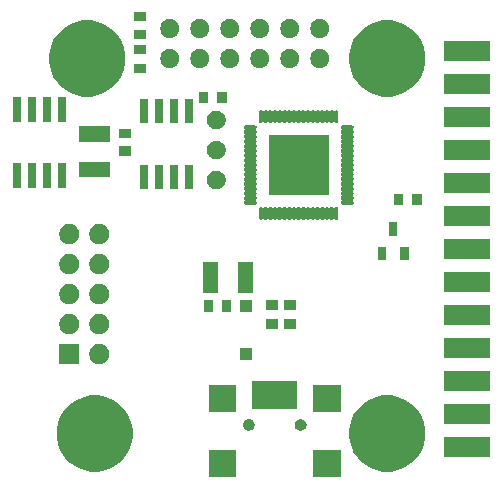
<source format=gts>
G04 #@! TF.GenerationSoftware,KiCad,Pcbnew,(5.1.0-9-gc61ec8ee3)*
G04 #@! TF.CreationDate,2019-03-28T20:20:23-04:00*
G04 #@! TF.ProjectId,MPG_PSoC,4d50475f-5053-46f4-932e-6b696361645f,rev?*
G04 #@! TF.SameCoordinates,Original*
G04 #@! TF.FileFunction,Soldermask,Top*
G04 #@! TF.FilePolarity,Negative*
%FSLAX46Y46*%
G04 Gerber Fmt 4.6, Leading zero omitted, Abs format (unit mm)*
G04 Created by KiCad (PCBNEW (5.1.0-9-gc61ec8ee3)) date 2019-03-28 20:20:23*
%MOMM*%
%LPD*%
G04 APERTURE LIST*
%ADD10C,0.100000*%
G04 APERTURE END LIST*
D10*
G36*
X156074310Y-105264150D02*
G01*
X153775210Y-105264150D01*
X153775210Y-102965050D01*
X156074310Y-102965050D01*
X156074310Y-105264150D01*
X156074310Y-105264150D01*
G37*
G36*
X147214790Y-105264150D02*
G01*
X144915690Y-105264150D01*
X144915690Y-102965050D01*
X147214790Y-102965050D01*
X147214790Y-105264150D01*
X147214790Y-105264150D01*
G37*
G36*
X136195988Y-98497973D02*
G01*
X136783082Y-98741155D01*
X136783084Y-98741156D01*
X137311455Y-99094202D01*
X137760798Y-99543545D01*
X138113844Y-100071916D01*
X138113845Y-100071918D01*
X138357027Y-100659012D01*
X138481000Y-101282265D01*
X138481000Y-101917735D01*
X138357027Y-102540988D01*
X138181375Y-102965050D01*
X138113844Y-103128084D01*
X137760798Y-103656455D01*
X137311455Y-104105798D01*
X136783084Y-104458844D01*
X136783083Y-104458845D01*
X136783082Y-104458845D01*
X136195988Y-104702027D01*
X135572735Y-104826000D01*
X134937265Y-104826000D01*
X134314012Y-104702027D01*
X133726918Y-104458845D01*
X133726917Y-104458845D01*
X133726916Y-104458844D01*
X133198545Y-104105798D01*
X132749202Y-103656455D01*
X132396156Y-103128084D01*
X132328625Y-102965050D01*
X132152973Y-102540988D01*
X132029000Y-101917735D01*
X132029000Y-101282265D01*
X132152973Y-100659012D01*
X132396155Y-100071918D01*
X132396156Y-100071916D01*
X132749202Y-99543545D01*
X133198545Y-99094202D01*
X133726916Y-98741156D01*
X133726918Y-98741155D01*
X134314012Y-98497973D01*
X134937265Y-98374000D01*
X135572735Y-98374000D01*
X136195988Y-98497973D01*
X136195988Y-98497973D01*
G37*
G36*
X160960988Y-98497973D02*
G01*
X161548082Y-98741155D01*
X161548084Y-98741156D01*
X162076455Y-99094202D01*
X162525798Y-99543545D01*
X162878844Y-100071916D01*
X162878845Y-100071918D01*
X163122027Y-100659012D01*
X163246000Y-101282265D01*
X163246000Y-101917735D01*
X163122027Y-102540988D01*
X162946375Y-102965050D01*
X162878844Y-103128084D01*
X162525798Y-103656455D01*
X162076455Y-104105798D01*
X161548084Y-104458844D01*
X161548083Y-104458845D01*
X161548082Y-104458845D01*
X160960988Y-104702027D01*
X160337735Y-104826000D01*
X159702265Y-104826000D01*
X159079012Y-104702027D01*
X158491918Y-104458845D01*
X158491917Y-104458845D01*
X158491916Y-104458844D01*
X157963545Y-104105798D01*
X157514202Y-103656455D01*
X157161156Y-103128084D01*
X157093625Y-102965050D01*
X156917973Y-102540988D01*
X156794000Y-101917735D01*
X156794000Y-101282265D01*
X156917973Y-100659012D01*
X157161155Y-100071918D01*
X157161156Y-100071916D01*
X157514202Y-99543545D01*
X157963545Y-99094202D01*
X158491916Y-98741156D01*
X158491918Y-98741155D01*
X159079012Y-98497973D01*
X159702265Y-98374000D01*
X160337735Y-98374000D01*
X160960988Y-98497973D01*
X160960988Y-98497973D01*
G37*
G36*
X168707000Y-103556000D02*
G01*
X164795000Y-103556000D01*
X164795000Y-101930000D01*
X168707000Y-101930000D01*
X168707000Y-103556000D01*
X168707000Y-103556000D01*
G37*
G36*
X152792298Y-100372438D02*
G01*
X152840654Y-100382057D01*
X152931754Y-100419792D01*
X153013741Y-100474574D01*
X153083466Y-100544299D01*
X153138248Y-100626286D01*
X153175983Y-100717386D01*
X153195220Y-100814097D01*
X153195220Y-100912703D01*
X153175983Y-101009414D01*
X153138248Y-101100514D01*
X153083466Y-101182501D01*
X153013741Y-101252226D01*
X152931754Y-101307008D01*
X152840654Y-101344743D01*
X152792298Y-101354362D01*
X152743944Y-101363980D01*
X152645336Y-101363980D01*
X152596982Y-101354362D01*
X152548626Y-101344743D01*
X152457526Y-101307008D01*
X152375539Y-101252226D01*
X152305814Y-101182501D01*
X152251032Y-101100514D01*
X152213297Y-101009414D01*
X152194060Y-100912703D01*
X152194060Y-100814097D01*
X152213297Y-100717386D01*
X152251032Y-100626286D01*
X152305814Y-100544299D01*
X152375539Y-100474574D01*
X152457526Y-100419792D01*
X152548626Y-100382057D01*
X152596981Y-100372439D01*
X152645336Y-100362820D01*
X152743944Y-100362820D01*
X152792298Y-100372438D01*
X152792298Y-100372438D01*
G37*
G36*
X148395558Y-100372438D02*
G01*
X148443914Y-100382057D01*
X148535014Y-100419792D01*
X148617001Y-100474574D01*
X148686726Y-100544299D01*
X148741508Y-100626286D01*
X148779243Y-100717386D01*
X148798480Y-100814097D01*
X148798480Y-100912703D01*
X148779243Y-101009414D01*
X148741508Y-101100514D01*
X148686726Y-101182501D01*
X148617001Y-101252226D01*
X148535014Y-101307008D01*
X148443914Y-101344743D01*
X148395558Y-101354362D01*
X148347204Y-101363980D01*
X148248596Y-101363980D01*
X148200242Y-101354362D01*
X148151886Y-101344743D01*
X148060786Y-101307008D01*
X147978799Y-101252226D01*
X147909074Y-101182501D01*
X147854292Y-101100514D01*
X147816557Y-101009414D01*
X147797320Y-100912703D01*
X147797320Y-100814097D01*
X147816557Y-100717386D01*
X147854292Y-100626286D01*
X147909074Y-100544299D01*
X147978799Y-100474574D01*
X148060786Y-100419792D01*
X148151886Y-100382057D01*
X148200241Y-100372439D01*
X148248596Y-100362820D01*
X148347204Y-100362820D01*
X148395558Y-100372438D01*
X148395558Y-100372438D01*
G37*
G36*
X168707000Y-100762000D02*
G01*
X164795000Y-100762000D01*
X164795000Y-99136000D01*
X168707000Y-99136000D01*
X168707000Y-100762000D01*
X168707000Y-100762000D01*
G37*
G36*
X156074310Y-99765050D02*
G01*
X153775210Y-99765050D01*
X153775210Y-97465950D01*
X156074310Y-97465950D01*
X156074310Y-99765050D01*
X156074310Y-99765050D01*
G37*
G36*
X147214790Y-99765050D02*
G01*
X144915690Y-99765050D01*
X144915690Y-97465950D01*
X147214790Y-97465950D01*
X147214790Y-99765050D01*
X147214790Y-99765050D01*
G37*
G36*
X152392580Y-99485650D02*
G01*
X148597420Y-99485650D01*
X148597420Y-97186550D01*
X152392580Y-97186550D01*
X152392580Y-99485650D01*
X152392580Y-99485650D01*
G37*
G36*
X168707000Y-97968000D02*
G01*
X164795000Y-97968000D01*
X164795000Y-96342000D01*
X168707000Y-96342000D01*
X168707000Y-97968000D01*
X168707000Y-97968000D01*
G37*
G36*
X133947000Y-95720000D02*
G01*
X132245000Y-95720000D01*
X132245000Y-94018000D01*
X133947000Y-94018000D01*
X133947000Y-95720000D01*
X133947000Y-95720000D01*
G37*
G36*
X135884228Y-94050703D02*
G01*
X136039100Y-94114853D01*
X136178481Y-94207985D01*
X136297015Y-94326519D01*
X136390147Y-94465900D01*
X136454297Y-94620772D01*
X136487000Y-94785184D01*
X136487000Y-94952816D01*
X136454297Y-95117228D01*
X136390147Y-95272100D01*
X136297015Y-95411481D01*
X136178481Y-95530015D01*
X136039100Y-95623147D01*
X135884228Y-95687297D01*
X135719816Y-95720000D01*
X135552184Y-95720000D01*
X135387772Y-95687297D01*
X135232900Y-95623147D01*
X135093519Y-95530015D01*
X134974985Y-95411481D01*
X134881853Y-95272100D01*
X134817703Y-95117228D01*
X134785000Y-94952816D01*
X134785000Y-94785184D01*
X134817703Y-94620772D01*
X134881853Y-94465900D01*
X134974985Y-94326519D01*
X135093519Y-94207985D01*
X135232900Y-94114853D01*
X135387772Y-94050703D01*
X135552184Y-94018000D01*
X135719816Y-94018000D01*
X135884228Y-94050703D01*
X135884228Y-94050703D01*
G37*
G36*
X148608000Y-95363000D02*
G01*
X147556000Y-95363000D01*
X147556000Y-94361000D01*
X148608000Y-94361000D01*
X148608000Y-95363000D01*
X148608000Y-95363000D01*
G37*
G36*
X168707000Y-95174000D02*
G01*
X164795000Y-95174000D01*
X164795000Y-93548000D01*
X168707000Y-93548000D01*
X168707000Y-95174000D01*
X168707000Y-95174000D01*
G37*
G36*
X135884228Y-91510703D02*
G01*
X136039100Y-91574853D01*
X136178481Y-91667985D01*
X136297015Y-91786519D01*
X136390147Y-91925900D01*
X136454297Y-92080772D01*
X136487000Y-92245184D01*
X136487000Y-92412816D01*
X136454297Y-92577228D01*
X136390147Y-92732100D01*
X136297015Y-92871481D01*
X136178481Y-92990015D01*
X136039100Y-93083147D01*
X135884228Y-93147297D01*
X135719816Y-93180000D01*
X135552184Y-93180000D01*
X135387772Y-93147297D01*
X135232900Y-93083147D01*
X135093519Y-92990015D01*
X134974985Y-92871481D01*
X134881853Y-92732100D01*
X134817703Y-92577228D01*
X134785000Y-92412816D01*
X134785000Y-92245184D01*
X134817703Y-92080772D01*
X134881853Y-91925900D01*
X134974985Y-91786519D01*
X135093519Y-91667985D01*
X135232900Y-91574853D01*
X135387772Y-91510703D01*
X135552184Y-91478000D01*
X135719816Y-91478000D01*
X135884228Y-91510703D01*
X135884228Y-91510703D01*
G37*
G36*
X133344228Y-91510703D02*
G01*
X133499100Y-91574853D01*
X133638481Y-91667985D01*
X133757015Y-91786519D01*
X133850147Y-91925900D01*
X133914297Y-92080772D01*
X133947000Y-92245184D01*
X133947000Y-92412816D01*
X133914297Y-92577228D01*
X133850147Y-92732100D01*
X133757015Y-92871481D01*
X133638481Y-92990015D01*
X133499100Y-93083147D01*
X133344228Y-93147297D01*
X133179816Y-93180000D01*
X133012184Y-93180000D01*
X132847772Y-93147297D01*
X132692900Y-93083147D01*
X132553519Y-92990015D01*
X132434985Y-92871481D01*
X132341853Y-92732100D01*
X132277703Y-92577228D01*
X132245000Y-92412816D01*
X132245000Y-92245184D01*
X132277703Y-92080772D01*
X132341853Y-91925900D01*
X132434985Y-91786519D01*
X132553519Y-91667985D01*
X132692900Y-91574853D01*
X132847772Y-91510703D01*
X133012184Y-91478000D01*
X133179816Y-91478000D01*
X133344228Y-91510703D01*
X133344228Y-91510703D01*
G37*
G36*
X150742000Y-92730000D02*
G01*
X149740000Y-92730000D01*
X149740000Y-91928000D01*
X150742000Y-91928000D01*
X150742000Y-92730000D01*
X150742000Y-92730000D01*
G37*
G36*
X152266000Y-92730000D02*
G01*
X151264000Y-92730000D01*
X151264000Y-91928000D01*
X152266000Y-91928000D01*
X152266000Y-92730000D01*
X152266000Y-92730000D01*
G37*
G36*
X168707000Y-92380000D02*
G01*
X164795000Y-92380000D01*
X164795000Y-90754000D01*
X168707000Y-90754000D01*
X168707000Y-92380000D01*
X168707000Y-92380000D01*
G37*
G36*
X148608000Y-91313000D02*
G01*
X147556000Y-91313000D01*
X147556000Y-90311000D01*
X148608000Y-90311000D01*
X148608000Y-91313000D01*
X148608000Y-91313000D01*
G37*
G36*
X145308000Y-91306000D02*
G01*
X144506000Y-91306000D01*
X144506000Y-90304000D01*
X145308000Y-90304000D01*
X145308000Y-91306000D01*
X145308000Y-91306000D01*
G37*
G36*
X146808000Y-91306000D02*
G01*
X146006000Y-91306000D01*
X146006000Y-90304000D01*
X146808000Y-90304000D01*
X146808000Y-91306000D01*
X146808000Y-91306000D01*
G37*
G36*
X150742000Y-91130000D02*
G01*
X149740000Y-91130000D01*
X149740000Y-90328000D01*
X150742000Y-90328000D01*
X150742000Y-91130000D01*
X150742000Y-91130000D01*
G37*
G36*
X152266000Y-91130000D02*
G01*
X151264000Y-91130000D01*
X151264000Y-90328000D01*
X152266000Y-90328000D01*
X152266000Y-91130000D01*
X152266000Y-91130000D01*
G37*
G36*
X133344228Y-88970703D02*
G01*
X133499100Y-89034853D01*
X133638481Y-89127985D01*
X133757015Y-89246519D01*
X133850147Y-89385900D01*
X133914297Y-89540772D01*
X133947000Y-89705184D01*
X133947000Y-89872816D01*
X133914297Y-90037228D01*
X133850147Y-90192100D01*
X133757015Y-90331481D01*
X133638481Y-90450015D01*
X133499100Y-90543147D01*
X133344228Y-90607297D01*
X133179816Y-90640000D01*
X133012184Y-90640000D01*
X132847772Y-90607297D01*
X132692900Y-90543147D01*
X132553519Y-90450015D01*
X132434985Y-90331481D01*
X132341853Y-90192100D01*
X132277703Y-90037228D01*
X132245000Y-89872816D01*
X132245000Y-89705184D01*
X132277703Y-89540772D01*
X132341853Y-89385900D01*
X132434985Y-89246519D01*
X132553519Y-89127985D01*
X132692900Y-89034853D01*
X132847772Y-88970703D01*
X133012184Y-88938000D01*
X133179816Y-88938000D01*
X133344228Y-88970703D01*
X133344228Y-88970703D01*
G37*
G36*
X135884228Y-88970703D02*
G01*
X136039100Y-89034853D01*
X136178481Y-89127985D01*
X136297015Y-89246519D01*
X136390147Y-89385900D01*
X136454297Y-89540772D01*
X136487000Y-89705184D01*
X136487000Y-89872816D01*
X136454297Y-90037228D01*
X136390147Y-90192100D01*
X136297015Y-90331481D01*
X136178481Y-90450015D01*
X136039100Y-90543147D01*
X135884228Y-90607297D01*
X135719816Y-90640000D01*
X135552184Y-90640000D01*
X135387772Y-90607297D01*
X135232900Y-90543147D01*
X135093519Y-90450015D01*
X134974985Y-90331481D01*
X134881853Y-90192100D01*
X134817703Y-90037228D01*
X134785000Y-89872816D01*
X134785000Y-89705184D01*
X134817703Y-89540772D01*
X134881853Y-89385900D01*
X134974985Y-89246519D01*
X135093519Y-89127985D01*
X135232900Y-89034853D01*
X135387772Y-88970703D01*
X135552184Y-88938000D01*
X135719816Y-88938000D01*
X135884228Y-88970703D01*
X135884228Y-88970703D01*
G37*
G36*
X145685000Y-89693000D02*
G01*
X144383000Y-89693000D01*
X144383000Y-87091000D01*
X145685000Y-87091000D01*
X145685000Y-89693000D01*
X145685000Y-89693000D01*
G37*
G36*
X148685000Y-89693000D02*
G01*
X147383000Y-89693000D01*
X147383000Y-87091000D01*
X148685000Y-87091000D01*
X148685000Y-89693000D01*
X148685000Y-89693000D01*
G37*
G36*
X168707000Y-89586000D02*
G01*
X164795000Y-89586000D01*
X164795000Y-87960000D01*
X168707000Y-87960000D01*
X168707000Y-89586000D01*
X168707000Y-89586000D01*
G37*
G36*
X135884228Y-86430703D02*
G01*
X136039100Y-86494853D01*
X136178481Y-86587985D01*
X136297015Y-86706519D01*
X136390147Y-86845900D01*
X136454297Y-87000772D01*
X136487000Y-87165184D01*
X136487000Y-87332816D01*
X136454297Y-87497228D01*
X136390147Y-87652100D01*
X136297015Y-87791481D01*
X136178481Y-87910015D01*
X136039100Y-88003147D01*
X135884228Y-88067297D01*
X135719816Y-88100000D01*
X135552184Y-88100000D01*
X135387772Y-88067297D01*
X135232900Y-88003147D01*
X135093519Y-87910015D01*
X134974985Y-87791481D01*
X134881853Y-87652100D01*
X134817703Y-87497228D01*
X134785000Y-87332816D01*
X134785000Y-87165184D01*
X134817703Y-87000772D01*
X134881853Y-86845900D01*
X134974985Y-86706519D01*
X135093519Y-86587985D01*
X135232900Y-86494853D01*
X135387772Y-86430703D01*
X135552184Y-86398000D01*
X135719816Y-86398000D01*
X135884228Y-86430703D01*
X135884228Y-86430703D01*
G37*
G36*
X133344228Y-86430703D02*
G01*
X133499100Y-86494853D01*
X133638481Y-86587985D01*
X133757015Y-86706519D01*
X133850147Y-86845900D01*
X133914297Y-87000772D01*
X133947000Y-87165184D01*
X133947000Y-87332816D01*
X133914297Y-87497228D01*
X133850147Y-87652100D01*
X133757015Y-87791481D01*
X133638481Y-87910015D01*
X133499100Y-88003147D01*
X133344228Y-88067297D01*
X133179816Y-88100000D01*
X133012184Y-88100000D01*
X132847772Y-88067297D01*
X132692900Y-88003147D01*
X132553519Y-87910015D01*
X132434985Y-87791481D01*
X132341853Y-87652100D01*
X132277703Y-87497228D01*
X132245000Y-87332816D01*
X132245000Y-87165184D01*
X132277703Y-87000772D01*
X132341853Y-86845900D01*
X132434985Y-86706519D01*
X132553519Y-86587985D01*
X132692900Y-86494853D01*
X132847772Y-86430703D01*
X133012184Y-86398000D01*
X133179816Y-86398000D01*
X133344228Y-86430703D01*
X133344228Y-86430703D01*
G37*
G36*
X159926220Y-86952020D02*
G01*
X159224780Y-86952020D01*
X159224780Y-85849260D01*
X159926220Y-85849260D01*
X159926220Y-86952020D01*
X159926220Y-86952020D01*
G37*
G36*
X161831220Y-86952020D02*
G01*
X161129780Y-86952020D01*
X161129780Y-85849260D01*
X161831220Y-85849260D01*
X161831220Y-86952020D01*
X161831220Y-86952020D01*
G37*
G36*
X168707000Y-86792000D02*
G01*
X164795000Y-86792000D01*
X164795000Y-85166000D01*
X168707000Y-85166000D01*
X168707000Y-86792000D01*
X168707000Y-86792000D01*
G37*
G36*
X135884228Y-83890703D02*
G01*
X136039100Y-83954853D01*
X136178481Y-84047985D01*
X136297015Y-84166519D01*
X136390147Y-84305900D01*
X136454297Y-84460772D01*
X136487000Y-84625184D01*
X136487000Y-84792816D01*
X136454297Y-84957228D01*
X136390147Y-85112100D01*
X136297015Y-85251481D01*
X136178481Y-85370015D01*
X136039100Y-85463147D01*
X135884228Y-85527297D01*
X135719816Y-85560000D01*
X135552184Y-85560000D01*
X135387772Y-85527297D01*
X135232900Y-85463147D01*
X135093519Y-85370015D01*
X134974985Y-85251481D01*
X134881853Y-85112100D01*
X134817703Y-84957228D01*
X134785000Y-84792816D01*
X134785000Y-84625184D01*
X134817703Y-84460772D01*
X134881853Y-84305900D01*
X134974985Y-84166519D01*
X135093519Y-84047985D01*
X135232900Y-83954853D01*
X135387772Y-83890703D01*
X135552184Y-83858000D01*
X135719816Y-83858000D01*
X135884228Y-83890703D01*
X135884228Y-83890703D01*
G37*
G36*
X133344228Y-83890703D02*
G01*
X133499100Y-83954853D01*
X133638481Y-84047985D01*
X133757015Y-84166519D01*
X133850147Y-84305900D01*
X133914297Y-84460772D01*
X133947000Y-84625184D01*
X133947000Y-84792816D01*
X133914297Y-84957228D01*
X133850147Y-85112100D01*
X133757015Y-85251481D01*
X133638481Y-85370015D01*
X133499100Y-85463147D01*
X133344228Y-85527297D01*
X133179816Y-85560000D01*
X133012184Y-85560000D01*
X132847772Y-85527297D01*
X132692900Y-85463147D01*
X132553519Y-85370015D01*
X132434985Y-85251481D01*
X132341853Y-85112100D01*
X132277703Y-84957228D01*
X132245000Y-84792816D01*
X132245000Y-84625184D01*
X132277703Y-84460772D01*
X132341853Y-84305900D01*
X132434985Y-84166519D01*
X132553519Y-84047985D01*
X132692900Y-83954853D01*
X132847772Y-83890703D01*
X133012184Y-83858000D01*
X133179816Y-83858000D01*
X133344228Y-83890703D01*
X133344228Y-83890703D01*
G37*
G36*
X160878720Y-84838740D02*
G01*
X160177280Y-84838740D01*
X160177280Y-83735980D01*
X160878720Y-83735980D01*
X160878720Y-84838740D01*
X160878720Y-84838740D01*
G37*
G36*
X168707000Y-83998000D02*
G01*
X164795000Y-83998000D01*
X164795000Y-82372000D01*
X168707000Y-82372000D01*
X168707000Y-83998000D01*
X168707000Y-83998000D01*
G37*
G36*
X149356600Y-82418185D02*
G01*
X149377658Y-82424573D01*
X149385068Y-82426821D01*
X149411297Y-82440841D01*
X149439060Y-82463625D01*
X149447702Y-82472267D01*
X149468077Y-82485881D01*
X149490716Y-82495258D01*
X149514749Y-82500038D01*
X149539253Y-82500038D01*
X149563286Y-82495257D01*
X149585925Y-82485880D01*
X149606299Y-82472266D01*
X149614940Y-82463625D01*
X149642701Y-82440842D01*
X149646087Y-82439032D01*
X149668935Y-82426820D01*
X149697399Y-82418185D01*
X149717133Y-82416242D01*
X149726999Y-82415270D01*
X149727000Y-82415270D01*
X149756600Y-82418185D01*
X149777658Y-82424573D01*
X149785068Y-82426821D01*
X149811297Y-82440841D01*
X149839060Y-82463625D01*
X149847702Y-82472267D01*
X149868077Y-82485881D01*
X149890716Y-82495258D01*
X149914749Y-82500038D01*
X149939253Y-82500038D01*
X149963286Y-82495257D01*
X149985925Y-82485880D01*
X150006299Y-82472266D01*
X150014940Y-82463625D01*
X150042701Y-82440842D01*
X150046087Y-82439032D01*
X150068935Y-82426820D01*
X150097399Y-82418185D01*
X150117133Y-82416242D01*
X150126999Y-82415270D01*
X150127000Y-82415270D01*
X150156600Y-82418185D01*
X150177658Y-82424573D01*
X150185068Y-82426821D01*
X150211297Y-82440841D01*
X150239060Y-82463625D01*
X150247702Y-82472267D01*
X150268077Y-82485881D01*
X150290716Y-82495258D01*
X150314749Y-82500038D01*
X150339253Y-82500038D01*
X150363286Y-82495257D01*
X150385925Y-82485880D01*
X150406299Y-82472266D01*
X150414940Y-82463625D01*
X150442701Y-82440842D01*
X150446087Y-82439032D01*
X150468935Y-82426820D01*
X150497399Y-82418185D01*
X150517133Y-82416242D01*
X150526999Y-82415270D01*
X150527000Y-82415270D01*
X150556600Y-82418185D01*
X150577658Y-82424573D01*
X150585068Y-82426821D01*
X150611297Y-82440841D01*
X150639060Y-82463625D01*
X150647702Y-82472267D01*
X150668077Y-82485881D01*
X150690716Y-82495258D01*
X150714749Y-82500038D01*
X150739253Y-82500038D01*
X150763286Y-82495257D01*
X150785925Y-82485880D01*
X150806299Y-82472266D01*
X150814940Y-82463625D01*
X150842701Y-82440842D01*
X150846087Y-82439032D01*
X150868935Y-82426820D01*
X150897399Y-82418185D01*
X150917133Y-82416242D01*
X150926999Y-82415270D01*
X150927000Y-82415270D01*
X150956600Y-82418185D01*
X150977658Y-82424573D01*
X150985068Y-82426821D01*
X151011297Y-82440841D01*
X151039060Y-82463625D01*
X151047702Y-82472267D01*
X151068077Y-82485881D01*
X151090716Y-82495258D01*
X151114749Y-82500038D01*
X151139253Y-82500038D01*
X151163286Y-82495257D01*
X151185925Y-82485880D01*
X151206299Y-82472266D01*
X151214940Y-82463625D01*
X151242701Y-82440842D01*
X151246087Y-82439032D01*
X151268935Y-82426820D01*
X151297399Y-82418185D01*
X151317133Y-82416242D01*
X151326999Y-82415270D01*
X151327000Y-82415270D01*
X151356600Y-82418185D01*
X151377658Y-82424573D01*
X151385068Y-82426821D01*
X151411297Y-82440841D01*
X151439060Y-82463625D01*
X151447702Y-82472267D01*
X151468077Y-82485881D01*
X151490716Y-82495258D01*
X151514749Y-82500038D01*
X151539253Y-82500038D01*
X151563286Y-82495257D01*
X151585925Y-82485880D01*
X151606299Y-82472266D01*
X151614940Y-82463625D01*
X151642701Y-82440842D01*
X151646087Y-82439032D01*
X151668935Y-82426820D01*
X151697399Y-82418185D01*
X151717133Y-82416242D01*
X151726999Y-82415270D01*
X151727000Y-82415270D01*
X151756600Y-82418185D01*
X151777658Y-82424573D01*
X151785068Y-82426821D01*
X151811297Y-82440841D01*
X151839060Y-82463625D01*
X151847702Y-82472267D01*
X151868077Y-82485881D01*
X151890716Y-82495258D01*
X151914749Y-82500038D01*
X151939253Y-82500038D01*
X151963286Y-82495257D01*
X151985925Y-82485880D01*
X152006299Y-82472266D01*
X152014940Y-82463625D01*
X152042701Y-82440842D01*
X152046087Y-82439032D01*
X152068935Y-82426820D01*
X152097399Y-82418185D01*
X152117133Y-82416242D01*
X152126999Y-82415270D01*
X152127000Y-82415270D01*
X152156600Y-82418185D01*
X152177658Y-82424573D01*
X152185068Y-82426821D01*
X152211297Y-82440841D01*
X152239060Y-82463625D01*
X152247702Y-82472267D01*
X152268077Y-82485881D01*
X152290716Y-82495258D01*
X152314749Y-82500038D01*
X152339253Y-82500038D01*
X152363286Y-82495257D01*
X152385925Y-82485880D01*
X152406299Y-82472266D01*
X152414940Y-82463625D01*
X152442701Y-82440842D01*
X152446087Y-82439032D01*
X152468935Y-82426820D01*
X152497399Y-82418185D01*
X152517133Y-82416242D01*
X152526999Y-82415270D01*
X152527000Y-82415270D01*
X152556600Y-82418185D01*
X152577658Y-82424573D01*
X152585068Y-82426821D01*
X152611297Y-82440841D01*
X152639060Y-82463625D01*
X152647702Y-82472267D01*
X152668077Y-82485881D01*
X152690716Y-82495258D01*
X152714749Y-82500038D01*
X152739253Y-82500038D01*
X152763286Y-82495257D01*
X152785925Y-82485880D01*
X152806299Y-82472266D01*
X152814940Y-82463625D01*
X152842701Y-82440842D01*
X152846087Y-82439032D01*
X152868935Y-82426820D01*
X152897399Y-82418185D01*
X152917133Y-82416242D01*
X152926999Y-82415270D01*
X152927000Y-82415270D01*
X152956600Y-82418185D01*
X152977658Y-82424573D01*
X152985068Y-82426821D01*
X153011297Y-82440841D01*
X153039060Y-82463625D01*
X153047702Y-82472267D01*
X153068077Y-82485881D01*
X153090716Y-82495258D01*
X153114749Y-82500038D01*
X153139253Y-82500038D01*
X153163286Y-82495257D01*
X153185925Y-82485880D01*
X153206299Y-82472266D01*
X153214940Y-82463625D01*
X153242701Y-82440842D01*
X153246087Y-82439032D01*
X153268935Y-82426820D01*
X153297399Y-82418185D01*
X153317133Y-82416242D01*
X153326999Y-82415270D01*
X153327000Y-82415270D01*
X153356600Y-82418185D01*
X153377658Y-82424573D01*
X153385068Y-82426821D01*
X153411297Y-82440841D01*
X153439060Y-82463625D01*
X153447702Y-82472267D01*
X153468077Y-82485881D01*
X153490716Y-82495258D01*
X153514749Y-82500038D01*
X153539253Y-82500038D01*
X153563286Y-82495257D01*
X153585925Y-82485880D01*
X153606299Y-82472266D01*
X153614940Y-82463625D01*
X153642701Y-82440842D01*
X153646087Y-82439032D01*
X153668935Y-82426820D01*
X153697399Y-82418185D01*
X153717133Y-82416242D01*
X153726999Y-82415270D01*
X153727000Y-82415270D01*
X153756600Y-82418185D01*
X153777658Y-82424573D01*
X153785068Y-82426821D01*
X153811297Y-82440841D01*
X153839060Y-82463625D01*
X153847702Y-82472267D01*
X153868077Y-82485881D01*
X153890716Y-82495258D01*
X153914749Y-82500038D01*
X153939253Y-82500038D01*
X153963286Y-82495257D01*
X153985925Y-82485880D01*
X154006299Y-82472266D01*
X154014940Y-82463625D01*
X154042701Y-82440842D01*
X154046087Y-82439032D01*
X154068935Y-82426820D01*
X154097399Y-82418185D01*
X154117133Y-82416242D01*
X154126999Y-82415270D01*
X154127000Y-82415270D01*
X154156600Y-82418185D01*
X154177658Y-82424573D01*
X154185068Y-82426821D01*
X154211297Y-82440841D01*
X154239060Y-82463625D01*
X154247702Y-82472267D01*
X154268077Y-82485881D01*
X154290716Y-82495258D01*
X154314749Y-82500038D01*
X154339253Y-82500038D01*
X154363286Y-82495257D01*
X154385925Y-82485880D01*
X154406299Y-82472266D01*
X154414940Y-82463625D01*
X154442701Y-82440842D01*
X154446087Y-82439032D01*
X154468935Y-82426820D01*
X154497399Y-82418185D01*
X154517133Y-82416242D01*
X154526999Y-82415270D01*
X154527000Y-82415270D01*
X154556600Y-82418185D01*
X154577658Y-82424573D01*
X154585068Y-82426821D01*
X154611297Y-82440841D01*
X154639060Y-82463625D01*
X154647702Y-82472267D01*
X154668077Y-82485881D01*
X154690716Y-82495258D01*
X154714749Y-82500038D01*
X154739253Y-82500038D01*
X154763286Y-82495257D01*
X154785925Y-82485880D01*
X154806299Y-82472266D01*
X154814940Y-82463625D01*
X154842701Y-82440842D01*
X154846087Y-82439032D01*
X154868935Y-82426820D01*
X154897399Y-82418185D01*
X154917133Y-82416242D01*
X154926999Y-82415270D01*
X154927000Y-82415270D01*
X154956600Y-82418185D01*
X154977658Y-82424573D01*
X154985068Y-82426821D01*
X155011297Y-82440841D01*
X155039060Y-82463625D01*
X155047702Y-82472267D01*
X155068077Y-82485881D01*
X155090716Y-82495258D01*
X155114749Y-82500038D01*
X155139253Y-82500038D01*
X155163286Y-82495257D01*
X155185925Y-82485880D01*
X155206299Y-82472266D01*
X155214940Y-82463625D01*
X155242701Y-82440842D01*
X155246087Y-82439032D01*
X155268935Y-82426820D01*
X155297399Y-82418185D01*
X155317133Y-82416242D01*
X155326999Y-82415270D01*
X155327000Y-82415270D01*
X155356600Y-82418185D01*
X155377658Y-82424573D01*
X155385068Y-82426821D01*
X155411297Y-82440841D01*
X155439060Y-82463625D01*
X155447702Y-82472267D01*
X155468077Y-82485881D01*
X155490716Y-82495258D01*
X155514749Y-82500038D01*
X155539253Y-82500038D01*
X155563286Y-82495257D01*
X155585925Y-82485880D01*
X155606299Y-82472266D01*
X155614940Y-82463625D01*
X155642701Y-82440842D01*
X155646087Y-82439032D01*
X155668935Y-82426820D01*
X155697399Y-82418185D01*
X155717133Y-82416242D01*
X155726999Y-82415270D01*
X155727000Y-82415270D01*
X155756600Y-82418185D01*
X155777658Y-82424573D01*
X155785068Y-82426821D01*
X155811297Y-82440841D01*
X155834290Y-82459710D01*
X155853158Y-82482701D01*
X155853159Y-82482703D01*
X155867180Y-82508935D01*
X155875815Y-82537399D01*
X155878000Y-82559587D01*
X155878000Y-83374413D01*
X155875815Y-83396601D01*
X155867180Y-83425065D01*
X155859872Y-83438738D01*
X155853158Y-83451299D01*
X155834290Y-83474290D01*
X155811299Y-83493158D01*
X155811297Y-83493159D01*
X155785065Y-83507180D01*
X155756601Y-83515815D01*
X155736867Y-83517758D01*
X155727001Y-83518730D01*
X155727000Y-83518730D01*
X155697400Y-83515815D01*
X155668936Y-83507180D01*
X155642704Y-83493159D01*
X155642702Y-83493158D01*
X155614946Y-83470379D01*
X155606309Y-83461740D01*
X155585936Y-83448124D01*
X155563298Y-83438745D01*
X155539265Y-83433962D01*
X155514761Y-83433960D01*
X155490727Y-83438738D01*
X155468087Y-83448113D01*
X155447712Y-83461725D01*
X155439066Y-83470370D01*
X155411299Y-83493158D01*
X155411297Y-83493159D01*
X155385065Y-83507180D01*
X155356601Y-83515815D01*
X155336867Y-83517758D01*
X155327001Y-83518730D01*
X155327000Y-83518730D01*
X155297400Y-83515815D01*
X155268936Y-83507180D01*
X155242704Y-83493159D01*
X155242702Y-83493158D01*
X155214946Y-83470379D01*
X155206309Y-83461740D01*
X155185936Y-83448124D01*
X155163298Y-83438745D01*
X155139265Y-83433962D01*
X155114761Y-83433960D01*
X155090727Y-83438738D01*
X155068087Y-83448113D01*
X155047712Y-83461725D01*
X155039066Y-83470370D01*
X155011299Y-83493158D01*
X155011297Y-83493159D01*
X154985065Y-83507180D01*
X154956601Y-83515815D01*
X154936867Y-83517758D01*
X154927001Y-83518730D01*
X154927000Y-83518730D01*
X154897400Y-83515815D01*
X154868936Y-83507180D01*
X154842704Y-83493159D01*
X154842702Y-83493158D01*
X154814946Y-83470379D01*
X154806309Y-83461740D01*
X154785936Y-83448124D01*
X154763298Y-83438745D01*
X154739265Y-83433962D01*
X154714761Y-83433960D01*
X154690727Y-83438738D01*
X154668087Y-83448113D01*
X154647712Y-83461725D01*
X154639066Y-83470370D01*
X154611299Y-83493158D01*
X154611297Y-83493159D01*
X154585065Y-83507180D01*
X154556601Y-83515815D01*
X154536867Y-83517758D01*
X154527001Y-83518730D01*
X154527000Y-83518730D01*
X154497400Y-83515815D01*
X154468936Y-83507180D01*
X154442704Y-83493159D01*
X154442702Y-83493158D01*
X154414946Y-83470379D01*
X154406309Y-83461740D01*
X154385936Y-83448124D01*
X154363298Y-83438745D01*
X154339265Y-83433962D01*
X154314761Y-83433960D01*
X154290727Y-83438738D01*
X154268087Y-83448113D01*
X154247712Y-83461725D01*
X154239066Y-83470370D01*
X154211299Y-83493158D01*
X154211297Y-83493159D01*
X154185065Y-83507180D01*
X154156601Y-83515815D01*
X154136867Y-83517758D01*
X154127001Y-83518730D01*
X154127000Y-83518730D01*
X154097400Y-83515815D01*
X154068936Y-83507180D01*
X154042704Y-83493159D01*
X154042702Y-83493158D01*
X154014946Y-83470379D01*
X154006309Y-83461740D01*
X153985936Y-83448124D01*
X153963298Y-83438745D01*
X153939265Y-83433962D01*
X153914761Y-83433960D01*
X153890727Y-83438738D01*
X153868087Y-83448113D01*
X153847712Y-83461725D01*
X153839066Y-83470370D01*
X153811299Y-83493158D01*
X153811297Y-83493159D01*
X153785065Y-83507180D01*
X153756601Y-83515815D01*
X153736867Y-83517758D01*
X153727001Y-83518730D01*
X153727000Y-83518730D01*
X153697400Y-83515815D01*
X153668936Y-83507180D01*
X153642704Y-83493159D01*
X153642702Y-83493158D01*
X153614946Y-83470379D01*
X153606309Y-83461740D01*
X153585936Y-83448124D01*
X153563298Y-83438745D01*
X153539265Y-83433962D01*
X153514761Y-83433960D01*
X153490727Y-83438738D01*
X153468087Y-83448113D01*
X153447712Y-83461725D01*
X153439066Y-83470370D01*
X153411299Y-83493158D01*
X153411297Y-83493159D01*
X153385065Y-83507180D01*
X153356601Y-83515815D01*
X153336867Y-83517758D01*
X153327001Y-83518730D01*
X153327000Y-83518730D01*
X153297400Y-83515815D01*
X153268936Y-83507180D01*
X153242704Y-83493159D01*
X153242702Y-83493158D01*
X153214946Y-83470379D01*
X153206309Y-83461740D01*
X153185936Y-83448124D01*
X153163298Y-83438745D01*
X153139265Y-83433962D01*
X153114761Y-83433960D01*
X153090727Y-83438738D01*
X153068087Y-83448113D01*
X153047712Y-83461725D01*
X153039066Y-83470370D01*
X153011299Y-83493158D01*
X153011297Y-83493159D01*
X152985065Y-83507180D01*
X152956601Y-83515815D01*
X152936867Y-83517758D01*
X152927001Y-83518730D01*
X152927000Y-83518730D01*
X152897400Y-83515815D01*
X152868936Y-83507180D01*
X152842704Y-83493159D01*
X152842702Y-83493158D01*
X152814946Y-83470379D01*
X152806309Y-83461740D01*
X152785936Y-83448124D01*
X152763298Y-83438745D01*
X152739265Y-83433962D01*
X152714761Y-83433960D01*
X152690727Y-83438738D01*
X152668087Y-83448113D01*
X152647712Y-83461725D01*
X152639066Y-83470370D01*
X152611299Y-83493158D01*
X152611297Y-83493159D01*
X152585065Y-83507180D01*
X152556601Y-83515815D01*
X152536867Y-83517758D01*
X152527001Y-83518730D01*
X152527000Y-83518730D01*
X152497400Y-83515815D01*
X152468936Y-83507180D01*
X152442704Y-83493159D01*
X152442702Y-83493158D01*
X152414946Y-83470379D01*
X152406309Y-83461740D01*
X152385936Y-83448124D01*
X152363298Y-83438745D01*
X152339265Y-83433962D01*
X152314761Y-83433960D01*
X152290727Y-83438738D01*
X152268087Y-83448113D01*
X152247712Y-83461725D01*
X152239066Y-83470370D01*
X152211299Y-83493158D01*
X152211297Y-83493159D01*
X152185065Y-83507180D01*
X152156601Y-83515815D01*
X152136867Y-83517758D01*
X152127001Y-83518730D01*
X152127000Y-83518730D01*
X152097400Y-83515815D01*
X152068936Y-83507180D01*
X152042704Y-83493159D01*
X152042702Y-83493158D01*
X152014946Y-83470379D01*
X152006309Y-83461740D01*
X151985936Y-83448124D01*
X151963298Y-83438745D01*
X151939265Y-83433962D01*
X151914761Y-83433960D01*
X151890727Y-83438738D01*
X151868087Y-83448113D01*
X151847712Y-83461725D01*
X151839066Y-83470370D01*
X151811299Y-83493158D01*
X151811297Y-83493159D01*
X151785065Y-83507180D01*
X151756601Y-83515815D01*
X151736867Y-83517758D01*
X151727001Y-83518730D01*
X151727000Y-83518730D01*
X151697400Y-83515815D01*
X151668936Y-83507180D01*
X151642704Y-83493159D01*
X151642702Y-83493158D01*
X151614946Y-83470379D01*
X151606309Y-83461740D01*
X151585936Y-83448124D01*
X151563298Y-83438745D01*
X151539265Y-83433962D01*
X151514761Y-83433960D01*
X151490727Y-83438738D01*
X151468087Y-83448113D01*
X151447712Y-83461725D01*
X151439066Y-83470370D01*
X151411299Y-83493158D01*
X151411297Y-83493159D01*
X151385065Y-83507180D01*
X151356601Y-83515815D01*
X151336867Y-83517758D01*
X151327001Y-83518730D01*
X151327000Y-83518730D01*
X151297400Y-83515815D01*
X151268936Y-83507180D01*
X151242704Y-83493159D01*
X151242702Y-83493158D01*
X151214946Y-83470379D01*
X151206309Y-83461740D01*
X151185936Y-83448124D01*
X151163298Y-83438745D01*
X151139265Y-83433962D01*
X151114761Y-83433960D01*
X151090727Y-83438738D01*
X151068087Y-83448113D01*
X151047712Y-83461725D01*
X151039066Y-83470370D01*
X151011299Y-83493158D01*
X151011297Y-83493159D01*
X150985065Y-83507180D01*
X150956601Y-83515815D01*
X150936867Y-83517758D01*
X150927001Y-83518730D01*
X150927000Y-83518730D01*
X150897400Y-83515815D01*
X150868936Y-83507180D01*
X150842704Y-83493159D01*
X150842702Y-83493158D01*
X150814946Y-83470379D01*
X150806309Y-83461740D01*
X150785936Y-83448124D01*
X150763298Y-83438745D01*
X150739265Y-83433962D01*
X150714761Y-83433960D01*
X150690727Y-83438738D01*
X150668087Y-83448113D01*
X150647712Y-83461725D01*
X150639066Y-83470370D01*
X150611299Y-83493158D01*
X150611297Y-83493159D01*
X150585065Y-83507180D01*
X150556601Y-83515815D01*
X150536867Y-83517758D01*
X150527001Y-83518730D01*
X150527000Y-83518730D01*
X150497400Y-83515815D01*
X150468936Y-83507180D01*
X150442704Y-83493159D01*
X150442702Y-83493158D01*
X150414946Y-83470379D01*
X150406309Y-83461740D01*
X150385936Y-83448124D01*
X150363298Y-83438745D01*
X150339265Y-83433962D01*
X150314761Y-83433960D01*
X150290727Y-83438738D01*
X150268087Y-83448113D01*
X150247712Y-83461725D01*
X150239066Y-83470370D01*
X150211299Y-83493158D01*
X150211297Y-83493159D01*
X150185065Y-83507180D01*
X150156601Y-83515815D01*
X150136867Y-83517758D01*
X150127001Y-83518730D01*
X150127000Y-83518730D01*
X150097400Y-83515815D01*
X150068936Y-83507180D01*
X150042704Y-83493159D01*
X150042702Y-83493158D01*
X150014946Y-83470379D01*
X150006309Y-83461740D01*
X149985936Y-83448124D01*
X149963298Y-83438745D01*
X149939265Y-83433962D01*
X149914761Y-83433960D01*
X149890727Y-83438738D01*
X149868087Y-83448113D01*
X149847712Y-83461725D01*
X149839066Y-83470370D01*
X149811299Y-83493158D01*
X149811297Y-83493159D01*
X149785065Y-83507180D01*
X149756601Y-83515815D01*
X149736867Y-83517758D01*
X149727001Y-83518730D01*
X149727000Y-83518730D01*
X149697400Y-83515815D01*
X149668936Y-83507180D01*
X149642704Y-83493159D01*
X149642702Y-83493158D01*
X149614946Y-83470379D01*
X149606309Y-83461740D01*
X149585936Y-83448124D01*
X149563298Y-83438745D01*
X149539265Y-83433962D01*
X149514761Y-83433960D01*
X149490727Y-83438738D01*
X149468087Y-83448113D01*
X149447712Y-83461725D01*
X149439066Y-83470370D01*
X149411299Y-83493158D01*
X149411297Y-83493159D01*
X149385065Y-83507180D01*
X149356601Y-83515815D01*
X149336867Y-83517758D01*
X149327001Y-83518730D01*
X149327000Y-83518730D01*
X149297400Y-83515815D01*
X149268936Y-83507180D01*
X149242704Y-83493159D01*
X149242702Y-83493158D01*
X149219711Y-83474290D01*
X149200843Y-83451299D01*
X149194129Y-83438738D01*
X149186821Y-83425065D01*
X149178186Y-83396601D01*
X149176001Y-83374413D01*
X149176000Y-82559588D01*
X149178185Y-82537400D01*
X149186820Y-82508936D01*
X149186821Y-82508932D01*
X149200841Y-82482703D01*
X149219710Y-82459710D01*
X149242701Y-82440842D01*
X149246087Y-82439032D01*
X149268935Y-82426820D01*
X149297399Y-82418185D01*
X149317133Y-82416242D01*
X149326999Y-82415270D01*
X149327000Y-82415270D01*
X149356600Y-82418185D01*
X149356600Y-82418185D01*
G37*
G36*
X162961000Y-82289000D02*
G01*
X162159000Y-82289000D01*
X162159000Y-81287000D01*
X162961000Y-81287000D01*
X162961000Y-82289000D01*
X162961000Y-82289000D01*
G37*
G36*
X161361000Y-82289000D02*
G01*
X160559000Y-82289000D01*
X160559000Y-81287000D01*
X161361000Y-81287000D01*
X161361000Y-82289000D01*
X161361000Y-82289000D01*
G37*
G36*
X157041809Y-75516728D02*
G01*
X157056601Y-75518185D01*
X157085065Y-75526820D01*
X157107913Y-75539032D01*
X157111299Y-75540842D01*
X157134290Y-75559710D01*
X157153158Y-75582701D01*
X157153159Y-75582703D01*
X157167180Y-75608935D01*
X157175815Y-75637399D01*
X157178730Y-75667000D01*
X157175815Y-75696601D01*
X157167180Y-75725065D01*
X157167179Y-75725066D01*
X157153158Y-75751299D01*
X157130375Y-75779060D01*
X157121733Y-75787702D01*
X157108119Y-75808077D01*
X157098742Y-75830716D01*
X157093962Y-75854749D01*
X157093962Y-75879253D01*
X157098743Y-75903286D01*
X157108120Y-75925925D01*
X157121734Y-75946299D01*
X157130375Y-75954940D01*
X157153158Y-75982701D01*
X157153159Y-75982703D01*
X157167180Y-76008935D01*
X157175815Y-76037399D01*
X157178730Y-76067000D01*
X157175815Y-76096601D01*
X157167180Y-76125065D01*
X157167179Y-76125066D01*
X157153158Y-76151299D01*
X157130375Y-76179060D01*
X157121733Y-76187702D01*
X157108119Y-76208077D01*
X157098742Y-76230716D01*
X157093962Y-76254749D01*
X157093962Y-76279253D01*
X157098743Y-76303286D01*
X157108120Y-76325925D01*
X157121734Y-76346299D01*
X157130375Y-76354940D01*
X157153158Y-76382701D01*
X157153159Y-76382703D01*
X157167180Y-76408935D01*
X157175815Y-76437399D01*
X157178730Y-76467000D01*
X157175815Y-76496601D01*
X157167180Y-76525065D01*
X157167179Y-76525066D01*
X157153158Y-76551299D01*
X157130375Y-76579060D01*
X157121733Y-76587702D01*
X157108119Y-76608077D01*
X157098742Y-76630716D01*
X157093962Y-76654749D01*
X157093962Y-76679253D01*
X157098743Y-76703286D01*
X157108120Y-76725925D01*
X157121734Y-76746299D01*
X157130375Y-76754940D01*
X157153158Y-76782701D01*
X157153159Y-76782703D01*
X157167180Y-76808935D01*
X157175815Y-76837399D01*
X157178730Y-76867000D01*
X157175815Y-76896601D01*
X157167180Y-76925065D01*
X157167179Y-76925066D01*
X157153158Y-76951299D01*
X157130375Y-76979060D01*
X157121733Y-76987702D01*
X157108119Y-77008077D01*
X157098742Y-77030716D01*
X157093962Y-77054749D01*
X157093962Y-77079253D01*
X157098743Y-77103286D01*
X157108120Y-77125925D01*
X157121734Y-77146299D01*
X157130375Y-77154940D01*
X157153158Y-77182701D01*
X157153159Y-77182703D01*
X157167180Y-77208935D01*
X157175815Y-77237399D01*
X157178730Y-77267000D01*
X157175815Y-77296601D01*
X157167180Y-77325065D01*
X157167179Y-77325066D01*
X157153158Y-77351299D01*
X157130375Y-77379060D01*
X157121733Y-77387702D01*
X157108119Y-77408077D01*
X157098742Y-77430716D01*
X157093962Y-77454749D01*
X157093962Y-77479253D01*
X157098743Y-77503286D01*
X157108120Y-77525925D01*
X157121734Y-77546299D01*
X157130375Y-77554940D01*
X157153158Y-77582701D01*
X157153159Y-77582703D01*
X157167180Y-77608935D01*
X157175815Y-77637399D01*
X157178730Y-77667000D01*
X157175815Y-77696601D01*
X157167180Y-77725065D01*
X157167179Y-77725066D01*
X157153158Y-77751299D01*
X157130375Y-77779060D01*
X157121733Y-77787702D01*
X157108119Y-77808077D01*
X157098742Y-77830716D01*
X157093962Y-77854749D01*
X157093962Y-77879253D01*
X157098743Y-77903286D01*
X157108120Y-77925925D01*
X157121734Y-77946299D01*
X157130375Y-77954940D01*
X157153158Y-77982701D01*
X157153159Y-77982703D01*
X157167180Y-78008935D01*
X157175815Y-78037399D01*
X157178730Y-78067000D01*
X157175815Y-78096601D01*
X157167180Y-78125065D01*
X157167179Y-78125066D01*
X157153158Y-78151299D01*
X157130375Y-78179060D01*
X157121733Y-78187702D01*
X157108119Y-78208077D01*
X157098742Y-78230716D01*
X157093962Y-78254749D01*
X157093962Y-78279253D01*
X157098743Y-78303286D01*
X157108120Y-78325925D01*
X157121734Y-78346299D01*
X157130375Y-78354940D01*
X157153158Y-78382701D01*
X157153159Y-78382703D01*
X157167180Y-78408935D01*
X157175815Y-78437399D01*
X157178730Y-78467000D01*
X157175815Y-78496601D01*
X157167180Y-78525065D01*
X157167179Y-78525066D01*
X157153158Y-78551299D01*
X157130375Y-78579060D01*
X157121733Y-78587702D01*
X157108119Y-78608077D01*
X157098742Y-78630716D01*
X157093962Y-78654749D01*
X157093962Y-78679253D01*
X157098743Y-78703286D01*
X157108120Y-78725925D01*
X157121734Y-78746299D01*
X157130375Y-78754940D01*
X157153158Y-78782701D01*
X157153159Y-78782703D01*
X157167180Y-78808935D01*
X157175815Y-78837399D01*
X157178730Y-78867000D01*
X157175815Y-78896601D01*
X157167180Y-78925065D01*
X157167179Y-78925066D01*
X157153158Y-78951299D01*
X157130375Y-78979060D01*
X157121733Y-78987702D01*
X157108119Y-79008077D01*
X157098742Y-79030716D01*
X157093962Y-79054749D01*
X157093962Y-79079253D01*
X157098743Y-79103286D01*
X157108120Y-79125925D01*
X157121734Y-79146299D01*
X157130375Y-79154940D01*
X157153158Y-79182701D01*
X157153159Y-79182703D01*
X157167180Y-79208935D01*
X157175815Y-79237399D01*
X157178730Y-79267000D01*
X157175815Y-79296601D01*
X157167180Y-79325065D01*
X157167179Y-79325066D01*
X157153158Y-79351299D01*
X157130375Y-79379060D01*
X157121733Y-79387702D01*
X157108119Y-79408077D01*
X157098742Y-79430716D01*
X157093962Y-79454749D01*
X157093962Y-79479253D01*
X157098743Y-79503286D01*
X157108120Y-79525925D01*
X157121734Y-79546299D01*
X157130375Y-79554940D01*
X157153158Y-79582701D01*
X157153159Y-79582703D01*
X157167180Y-79608935D01*
X157175815Y-79637399D01*
X157178730Y-79667000D01*
X157175815Y-79696601D01*
X157167180Y-79725065D01*
X157167179Y-79725066D01*
X157153158Y-79751299D01*
X157130375Y-79779060D01*
X157121733Y-79787702D01*
X157108119Y-79808077D01*
X157098742Y-79830716D01*
X157093962Y-79854749D01*
X157093962Y-79879253D01*
X157098743Y-79903286D01*
X157108120Y-79925925D01*
X157121734Y-79946299D01*
X157130375Y-79954940D01*
X157153158Y-79982701D01*
X157153159Y-79982703D01*
X157167180Y-80008935D01*
X157175815Y-80037399D01*
X157178730Y-80067000D01*
X157175815Y-80096601D01*
X157167180Y-80125065D01*
X157167179Y-80125066D01*
X157153158Y-80151299D01*
X157130375Y-80179060D01*
X157121733Y-80187702D01*
X157108119Y-80208077D01*
X157098742Y-80230716D01*
X157093962Y-80254749D01*
X157093962Y-80279253D01*
X157098743Y-80303286D01*
X157108120Y-80325925D01*
X157121734Y-80346299D01*
X157130375Y-80354940D01*
X157153158Y-80382701D01*
X157153159Y-80382703D01*
X157167180Y-80408935D01*
X157175815Y-80437399D01*
X157178730Y-80467000D01*
X157175815Y-80496601D01*
X157167180Y-80525065D01*
X157167179Y-80525066D01*
X157153158Y-80551299D01*
X157130375Y-80579060D01*
X157121733Y-80587702D01*
X157108119Y-80608077D01*
X157098742Y-80630716D01*
X157093962Y-80654749D01*
X157093962Y-80679253D01*
X157098743Y-80703286D01*
X157108120Y-80725925D01*
X157121734Y-80746299D01*
X157130375Y-80754940D01*
X157153158Y-80782701D01*
X157153159Y-80782703D01*
X157167180Y-80808935D01*
X157175815Y-80837399D01*
X157178730Y-80867000D01*
X157175815Y-80896601D01*
X157167180Y-80925065D01*
X157167179Y-80925066D01*
X157153158Y-80951299D01*
X157130375Y-80979060D01*
X157121733Y-80987702D01*
X157108119Y-81008077D01*
X157098742Y-81030716D01*
X157093962Y-81054749D01*
X157093962Y-81079253D01*
X157098743Y-81103286D01*
X157108120Y-81125925D01*
X157121734Y-81146299D01*
X157130375Y-81154940D01*
X157153158Y-81182701D01*
X157153159Y-81182703D01*
X157167180Y-81208935D01*
X157175815Y-81237399D01*
X157178730Y-81267000D01*
X157175815Y-81296601D01*
X157167180Y-81325065D01*
X157167179Y-81325066D01*
X157153158Y-81351299D01*
X157130375Y-81379060D01*
X157121733Y-81387702D01*
X157108119Y-81408077D01*
X157098742Y-81430716D01*
X157093962Y-81454749D01*
X157093962Y-81479253D01*
X157098743Y-81503286D01*
X157108120Y-81525925D01*
X157121734Y-81546299D01*
X157130375Y-81554940D01*
X157153158Y-81582701D01*
X157153159Y-81582703D01*
X157167180Y-81608935D01*
X157175815Y-81637399D01*
X157178730Y-81667000D01*
X157175815Y-81696601D01*
X157167180Y-81725065D01*
X157167179Y-81725066D01*
X157153158Y-81751299D01*
X157130375Y-81779060D01*
X157121733Y-81787702D01*
X157108119Y-81808077D01*
X157098742Y-81830716D01*
X157093962Y-81854749D01*
X157093962Y-81879253D01*
X157098743Y-81903286D01*
X157108120Y-81925925D01*
X157121734Y-81946299D01*
X157130375Y-81954940D01*
X157153158Y-81982701D01*
X157153159Y-81982703D01*
X157167180Y-82008935D01*
X157175815Y-82037399D01*
X157178730Y-82067000D01*
X157175815Y-82096601D01*
X157167180Y-82125065D01*
X157167179Y-82125066D01*
X157153158Y-82151299D01*
X157134290Y-82174290D01*
X157111299Y-82193158D01*
X157111297Y-82193159D01*
X157085065Y-82207180D01*
X157056601Y-82215815D01*
X157041809Y-82217272D01*
X157034414Y-82218000D01*
X156219586Y-82218000D01*
X156212191Y-82217272D01*
X156197399Y-82215815D01*
X156168935Y-82207180D01*
X156142703Y-82193159D01*
X156142701Y-82193158D01*
X156119710Y-82174290D01*
X156100842Y-82151299D01*
X156086821Y-82125066D01*
X156086820Y-82125065D01*
X156078185Y-82096601D01*
X156075270Y-82067000D01*
X156078185Y-82037399D01*
X156086820Y-82008935D01*
X156100841Y-81982703D01*
X156100842Y-81982701D01*
X156123625Y-81954940D01*
X156132267Y-81946298D01*
X156145881Y-81925923D01*
X156155258Y-81903284D01*
X156160038Y-81879251D01*
X156160038Y-81854747D01*
X156155257Y-81830714D01*
X156145880Y-81808075D01*
X156132266Y-81787701D01*
X156123625Y-81779060D01*
X156100842Y-81751299D01*
X156086821Y-81725066D01*
X156086820Y-81725065D01*
X156078185Y-81696601D01*
X156075270Y-81667000D01*
X156078185Y-81637399D01*
X156086820Y-81608935D01*
X156100841Y-81582703D01*
X156100842Y-81582701D01*
X156123625Y-81554940D01*
X156132267Y-81546298D01*
X156145881Y-81525923D01*
X156155258Y-81503284D01*
X156160038Y-81479251D01*
X156160038Y-81454747D01*
X156155257Y-81430714D01*
X156145880Y-81408075D01*
X156132266Y-81387701D01*
X156123625Y-81379060D01*
X156100842Y-81351299D01*
X156086821Y-81325066D01*
X156086820Y-81325065D01*
X156078185Y-81296601D01*
X156075270Y-81267000D01*
X156078185Y-81237399D01*
X156086820Y-81208935D01*
X156100841Y-81182703D01*
X156100842Y-81182701D01*
X156123625Y-81154940D01*
X156132267Y-81146298D01*
X156145881Y-81125923D01*
X156155258Y-81103284D01*
X156160038Y-81079251D01*
X156160038Y-81054747D01*
X156155257Y-81030714D01*
X156145880Y-81008075D01*
X156132266Y-80987701D01*
X156123625Y-80979060D01*
X156100842Y-80951299D01*
X156086821Y-80925066D01*
X156086820Y-80925065D01*
X156078185Y-80896601D01*
X156075270Y-80867000D01*
X156078185Y-80837399D01*
X156086820Y-80808935D01*
X156100841Y-80782703D01*
X156100842Y-80782701D01*
X156123625Y-80754940D01*
X156132267Y-80746298D01*
X156145881Y-80725923D01*
X156155258Y-80703284D01*
X156160038Y-80679251D01*
X156160038Y-80654747D01*
X156155257Y-80630714D01*
X156145880Y-80608075D01*
X156132266Y-80587701D01*
X156123625Y-80579060D01*
X156100842Y-80551299D01*
X156086821Y-80525066D01*
X156086820Y-80525065D01*
X156078185Y-80496601D01*
X156075270Y-80467000D01*
X156078185Y-80437399D01*
X156086820Y-80408935D01*
X156100841Y-80382703D01*
X156100842Y-80382701D01*
X156123625Y-80354940D01*
X156132267Y-80346298D01*
X156145881Y-80325923D01*
X156155258Y-80303284D01*
X156160038Y-80279251D01*
X156160038Y-80254747D01*
X156155257Y-80230714D01*
X156145880Y-80208075D01*
X156132266Y-80187701D01*
X156123625Y-80179060D01*
X156100842Y-80151299D01*
X156086821Y-80125066D01*
X156086820Y-80125065D01*
X156078185Y-80096601D01*
X156075270Y-80067000D01*
X156078185Y-80037399D01*
X156086820Y-80008935D01*
X156100841Y-79982703D01*
X156100842Y-79982701D01*
X156123625Y-79954940D01*
X156132267Y-79946298D01*
X156145881Y-79925923D01*
X156155258Y-79903284D01*
X156160038Y-79879251D01*
X156160038Y-79854747D01*
X156155257Y-79830714D01*
X156145880Y-79808075D01*
X156132266Y-79787701D01*
X156123625Y-79779060D01*
X156100842Y-79751299D01*
X156086821Y-79725066D01*
X156086820Y-79725065D01*
X156078185Y-79696601D01*
X156075270Y-79667000D01*
X156078185Y-79637399D01*
X156086820Y-79608935D01*
X156100841Y-79582703D01*
X156100842Y-79582701D01*
X156123625Y-79554940D01*
X156132267Y-79546298D01*
X156145881Y-79525923D01*
X156155258Y-79503284D01*
X156160038Y-79479251D01*
X156160038Y-79454747D01*
X156155257Y-79430714D01*
X156145880Y-79408075D01*
X156132266Y-79387701D01*
X156123625Y-79379060D01*
X156100842Y-79351299D01*
X156086821Y-79325066D01*
X156086820Y-79325065D01*
X156078185Y-79296601D01*
X156075270Y-79267000D01*
X156078185Y-79237399D01*
X156086820Y-79208935D01*
X156100841Y-79182703D01*
X156100842Y-79182701D01*
X156123625Y-79154940D01*
X156132267Y-79146298D01*
X156145881Y-79125923D01*
X156155258Y-79103284D01*
X156160038Y-79079251D01*
X156160038Y-79054747D01*
X156155257Y-79030714D01*
X156145880Y-79008075D01*
X156132266Y-78987701D01*
X156123625Y-78979060D01*
X156100842Y-78951299D01*
X156086821Y-78925066D01*
X156086820Y-78925065D01*
X156078185Y-78896601D01*
X156075270Y-78867000D01*
X156078185Y-78837399D01*
X156086820Y-78808935D01*
X156100841Y-78782703D01*
X156100842Y-78782701D01*
X156123625Y-78754940D01*
X156132267Y-78746298D01*
X156145881Y-78725923D01*
X156155258Y-78703284D01*
X156160038Y-78679251D01*
X156160038Y-78654747D01*
X156155257Y-78630714D01*
X156145880Y-78608075D01*
X156132266Y-78587701D01*
X156123625Y-78579060D01*
X156100842Y-78551299D01*
X156086821Y-78525066D01*
X156086820Y-78525065D01*
X156078185Y-78496601D01*
X156075270Y-78467000D01*
X156078185Y-78437399D01*
X156086820Y-78408935D01*
X156100841Y-78382703D01*
X156100842Y-78382701D01*
X156123625Y-78354940D01*
X156132267Y-78346298D01*
X156145881Y-78325923D01*
X156155258Y-78303284D01*
X156160038Y-78279251D01*
X156160038Y-78254747D01*
X156155257Y-78230714D01*
X156145880Y-78208075D01*
X156132266Y-78187701D01*
X156123625Y-78179060D01*
X156100842Y-78151299D01*
X156086821Y-78125066D01*
X156086820Y-78125065D01*
X156078185Y-78096601D01*
X156075270Y-78067000D01*
X156078185Y-78037399D01*
X156086820Y-78008935D01*
X156100841Y-77982703D01*
X156100842Y-77982701D01*
X156123625Y-77954940D01*
X156132267Y-77946298D01*
X156145881Y-77925923D01*
X156155258Y-77903284D01*
X156160038Y-77879251D01*
X156160038Y-77854747D01*
X156155257Y-77830714D01*
X156145880Y-77808075D01*
X156132266Y-77787701D01*
X156123625Y-77779060D01*
X156100842Y-77751299D01*
X156086821Y-77725066D01*
X156086820Y-77725065D01*
X156078185Y-77696601D01*
X156075270Y-77667000D01*
X156078185Y-77637399D01*
X156086820Y-77608935D01*
X156100841Y-77582703D01*
X156100842Y-77582701D01*
X156123625Y-77554940D01*
X156132267Y-77546298D01*
X156145881Y-77525923D01*
X156155258Y-77503284D01*
X156160038Y-77479251D01*
X156160038Y-77454747D01*
X156155257Y-77430714D01*
X156145880Y-77408075D01*
X156132266Y-77387701D01*
X156123625Y-77379060D01*
X156100842Y-77351299D01*
X156086821Y-77325066D01*
X156086820Y-77325065D01*
X156078185Y-77296601D01*
X156075270Y-77267000D01*
X156078185Y-77237399D01*
X156086820Y-77208935D01*
X156100841Y-77182703D01*
X156100842Y-77182701D01*
X156123625Y-77154940D01*
X156132267Y-77146298D01*
X156145881Y-77125923D01*
X156155258Y-77103284D01*
X156160038Y-77079251D01*
X156160038Y-77054747D01*
X156155257Y-77030714D01*
X156145880Y-77008075D01*
X156132266Y-76987701D01*
X156123625Y-76979060D01*
X156100842Y-76951299D01*
X156086821Y-76925066D01*
X156086820Y-76925065D01*
X156078185Y-76896601D01*
X156075270Y-76867000D01*
X156078185Y-76837399D01*
X156086820Y-76808935D01*
X156100841Y-76782703D01*
X156100842Y-76782701D01*
X156123625Y-76754940D01*
X156132267Y-76746298D01*
X156145881Y-76725923D01*
X156155258Y-76703284D01*
X156160038Y-76679251D01*
X156160038Y-76654747D01*
X156155257Y-76630714D01*
X156145880Y-76608075D01*
X156132266Y-76587701D01*
X156123625Y-76579060D01*
X156100842Y-76551299D01*
X156086821Y-76525066D01*
X156086820Y-76525065D01*
X156078185Y-76496601D01*
X156075270Y-76467000D01*
X156078185Y-76437399D01*
X156086820Y-76408935D01*
X156100841Y-76382703D01*
X156100842Y-76382701D01*
X156123625Y-76354940D01*
X156132267Y-76346298D01*
X156145881Y-76325923D01*
X156155258Y-76303284D01*
X156160038Y-76279251D01*
X156160038Y-76254747D01*
X156155257Y-76230714D01*
X156145880Y-76208075D01*
X156132266Y-76187701D01*
X156123625Y-76179060D01*
X156100842Y-76151299D01*
X156086821Y-76125066D01*
X156086820Y-76125065D01*
X156078185Y-76096601D01*
X156075270Y-76067000D01*
X156078185Y-76037399D01*
X156086820Y-76008935D01*
X156100841Y-75982703D01*
X156100842Y-75982701D01*
X156123625Y-75954940D01*
X156132267Y-75946298D01*
X156145881Y-75925923D01*
X156155258Y-75903284D01*
X156160038Y-75879251D01*
X156160038Y-75854747D01*
X156155257Y-75830714D01*
X156145880Y-75808075D01*
X156132266Y-75787701D01*
X156123625Y-75779060D01*
X156100842Y-75751299D01*
X156086821Y-75725066D01*
X156086820Y-75725065D01*
X156078185Y-75696601D01*
X156075270Y-75667000D01*
X156078185Y-75637399D01*
X156086820Y-75608935D01*
X156100841Y-75582703D01*
X156100842Y-75582701D01*
X156119710Y-75559710D01*
X156142701Y-75540842D01*
X156146087Y-75539032D01*
X156168935Y-75526820D01*
X156197399Y-75518185D01*
X156212191Y-75516728D01*
X156219586Y-75516000D01*
X157034414Y-75516000D01*
X157041809Y-75516728D01*
X157041809Y-75516728D01*
G37*
G36*
X148841809Y-75516728D02*
G01*
X148856601Y-75518185D01*
X148885065Y-75526820D01*
X148907913Y-75539032D01*
X148911299Y-75540842D01*
X148934290Y-75559710D01*
X148953158Y-75582701D01*
X148953159Y-75582703D01*
X148967180Y-75608935D01*
X148975815Y-75637399D01*
X148978730Y-75667000D01*
X148975815Y-75696601D01*
X148967180Y-75725065D01*
X148967179Y-75725066D01*
X148953158Y-75751299D01*
X148930375Y-75779060D01*
X148921733Y-75787702D01*
X148908119Y-75808077D01*
X148898742Y-75830716D01*
X148893962Y-75854749D01*
X148893962Y-75879253D01*
X148898743Y-75903286D01*
X148908120Y-75925925D01*
X148921734Y-75946299D01*
X148930375Y-75954940D01*
X148953158Y-75982701D01*
X148953159Y-75982703D01*
X148967180Y-76008935D01*
X148975815Y-76037399D01*
X148978730Y-76067000D01*
X148975815Y-76096601D01*
X148967180Y-76125065D01*
X148967179Y-76125066D01*
X148953158Y-76151299D01*
X148930375Y-76179060D01*
X148921733Y-76187702D01*
X148908119Y-76208077D01*
X148898742Y-76230716D01*
X148893962Y-76254749D01*
X148893962Y-76279253D01*
X148898743Y-76303286D01*
X148908120Y-76325925D01*
X148921734Y-76346299D01*
X148930375Y-76354940D01*
X148953158Y-76382701D01*
X148953159Y-76382703D01*
X148967180Y-76408935D01*
X148975815Y-76437399D01*
X148978730Y-76467000D01*
X148975815Y-76496601D01*
X148967180Y-76525065D01*
X148967179Y-76525066D01*
X148953158Y-76551299D01*
X148930375Y-76579060D01*
X148921733Y-76587702D01*
X148908119Y-76608077D01*
X148898742Y-76630716D01*
X148893962Y-76654749D01*
X148893962Y-76679253D01*
X148898743Y-76703286D01*
X148908120Y-76725925D01*
X148921734Y-76746299D01*
X148930375Y-76754940D01*
X148953158Y-76782701D01*
X148953159Y-76782703D01*
X148967180Y-76808935D01*
X148975815Y-76837399D01*
X148978730Y-76867000D01*
X148975815Y-76896601D01*
X148967180Y-76925065D01*
X148967179Y-76925066D01*
X148953158Y-76951299D01*
X148930375Y-76979060D01*
X148921733Y-76987702D01*
X148908119Y-77008077D01*
X148898742Y-77030716D01*
X148893962Y-77054749D01*
X148893962Y-77079253D01*
X148898743Y-77103286D01*
X148908120Y-77125925D01*
X148921734Y-77146299D01*
X148930375Y-77154940D01*
X148953158Y-77182701D01*
X148953159Y-77182703D01*
X148967180Y-77208935D01*
X148975815Y-77237399D01*
X148978730Y-77267000D01*
X148975815Y-77296601D01*
X148967180Y-77325065D01*
X148967179Y-77325066D01*
X148953158Y-77351299D01*
X148930375Y-77379060D01*
X148921733Y-77387702D01*
X148908119Y-77408077D01*
X148898742Y-77430716D01*
X148893962Y-77454749D01*
X148893962Y-77479253D01*
X148898743Y-77503286D01*
X148908120Y-77525925D01*
X148921734Y-77546299D01*
X148930375Y-77554940D01*
X148953158Y-77582701D01*
X148953159Y-77582703D01*
X148967180Y-77608935D01*
X148975815Y-77637399D01*
X148978730Y-77667000D01*
X148975815Y-77696601D01*
X148967180Y-77725065D01*
X148967179Y-77725066D01*
X148953158Y-77751299D01*
X148930375Y-77779060D01*
X148921733Y-77787702D01*
X148908119Y-77808077D01*
X148898742Y-77830716D01*
X148893962Y-77854749D01*
X148893962Y-77879253D01*
X148898743Y-77903286D01*
X148908120Y-77925925D01*
X148921734Y-77946299D01*
X148930375Y-77954940D01*
X148953158Y-77982701D01*
X148953159Y-77982703D01*
X148967180Y-78008935D01*
X148975815Y-78037399D01*
X148978730Y-78067000D01*
X148975815Y-78096601D01*
X148967180Y-78125065D01*
X148967179Y-78125066D01*
X148953158Y-78151299D01*
X148930375Y-78179060D01*
X148921733Y-78187702D01*
X148908119Y-78208077D01*
X148898742Y-78230716D01*
X148893962Y-78254749D01*
X148893962Y-78279253D01*
X148898743Y-78303286D01*
X148908120Y-78325925D01*
X148921734Y-78346299D01*
X148930375Y-78354940D01*
X148953158Y-78382701D01*
X148953159Y-78382703D01*
X148967180Y-78408935D01*
X148975815Y-78437399D01*
X148978730Y-78467000D01*
X148975815Y-78496601D01*
X148967180Y-78525065D01*
X148967179Y-78525066D01*
X148953158Y-78551299D01*
X148930375Y-78579060D01*
X148921733Y-78587702D01*
X148908119Y-78608077D01*
X148898742Y-78630716D01*
X148893962Y-78654749D01*
X148893962Y-78679253D01*
X148898743Y-78703286D01*
X148908120Y-78725925D01*
X148921734Y-78746299D01*
X148930375Y-78754940D01*
X148953158Y-78782701D01*
X148953159Y-78782703D01*
X148967180Y-78808935D01*
X148975815Y-78837399D01*
X148978730Y-78867000D01*
X148975815Y-78896601D01*
X148967180Y-78925065D01*
X148967179Y-78925066D01*
X148953158Y-78951299D01*
X148930375Y-78979060D01*
X148921733Y-78987702D01*
X148908119Y-79008077D01*
X148898742Y-79030716D01*
X148893962Y-79054749D01*
X148893962Y-79079253D01*
X148898743Y-79103286D01*
X148908120Y-79125925D01*
X148921734Y-79146299D01*
X148930375Y-79154940D01*
X148953158Y-79182701D01*
X148953159Y-79182703D01*
X148967180Y-79208935D01*
X148975815Y-79237399D01*
X148978730Y-79267000D01*
X148975815Y-79296601D01*
X148967180Y-79325065D01*
X148967179Y-79325066D01*
X148953158Y-79351299D01*
X148930375Y-79379060D01*
X148921733Y-79387702D01*
X148908119Y-79408077D01*
X148898742Y-79430716D01*
X148893962Y-79454749D01*
X148893962Y-79479253D01*
X148898743Y-79503286D01*
X148908120Y-79525925D01*
X148921734Y-79546299D01*
X148930375Y-79554940D01*
X148953158Y-79582701D01*
X148953159Y-79582703D01*
X148967180Y-79608935D01*
X148975815Y-79637399D01*
X148978730Y-79667000D01*
X148975815Y-79696601D01*
X148967180Y-79725065D01*
X148967179Y-79725066D01*
X148953158Y-79751299D01*
X148930375Y-79779060D01*
X148921733Y-79787702D01*
X148908119Y-79808077D01*
X148898742Y-79830716D01*
X148893962Y-79854749D01*
X148893962Y-79879253D01*
X148898743Y-79903286D01*
X148908120Y-79925925D01*
X148921734Y-79946299D01*
X148930375Y-79954940D01*
X148953158Y-79982701D01*
X148953159Y-79982703D01*
X148967180Y-80008935D01*
X148975815Y-80037399D01*
X148978730Y-80067000D01*
X148975815Y-80096601D01*
X148967180Y-80125065D01*
X148967179Y-80125066D01*
X148953158Y-80151299D01*
X148930375Y-80179060D01*
X148921733Y-80187702D01*
X148908119Y-80208077D01*
X148898742Y-80230716D01*
X148893962Y-80254749D01*
X148893962Y-80279253D01*
X148898743Y-80303286D01*
X148908120Y-80325925D01*
X148921734Y-80346299D01*
X148930375Y-80354940D01*
X148953158Y-80382701D01*
X148953159Y-80382703D01*
X148967180Y-80408935D01*
X148975815Y-80437399D01*
X148978730Y-80467000D01*
X148975815Y-80496601D01*
X148967180Y-80525065D01*
X148967179Y-80525066D01*
X148953158Y-80551299D01*
X148930375Y-80579060D01*
X148921733Y-80587702D01*
X148908119Y-80608077D01*
X148898742Y-80630716D01*
X148893962Y-80654749D01*
X148893962Y-80679253D01*
X148898743Y-80703286D01*
X148908120Y-80725925D01*
X148921734Y-80746299D01*
X148930375Y-80754940D01*
X148953158Y-80782701D01*
X148953159Y-80782703D01*
X148967180Y-80808935D01*
X148975815Y-80837399D01*
X148978730Y-80867000D01*
X148975815Y-80896601D01*
X148967180Y-80925065D01*
X148967179Y-80925066D01*
X148953158Y-80951299D01*
X148930375Y-80979060D01*
X148921733Y-80987702D01*
X148908119Y-81008077D01*
X148898742Y-81030716D01*
X148893962Y-81054749D01*
X148893962Y-81079253D01*
X148898743Y-81103286D01*
X148908120Y-81125925D01*
X148921734Y-81146299D01*
X148930375Y-81154940D01*
X148953158Y-81182701D01*
X148953159Y-81182703D01*
X148967180Y-81208935D01*
X148975815Y-81237399D01*
X148978730Y-81267000D01*
X148975815Y-81296601D01*
X148967180Y-81325065D01*
X148967179Y-81325066D01*
X148953158Y-81351299D01*
X148930375Y-81379060D01*
X148921733Y-81387702D01*
X148908119Y-81408077D01*
X148898742Y-81430716D01*
X148893962Y-81454749D01*
X148893962Y-81479253D01*
X148898743Y-81503286D01*
X148908120Y-81525925D01*
X148921734Y-81546299D01*
X148930375Y-81554940D01*
X148953158Y-81582701D01*
X148953159Y-81582703D01*
X148967180Y-81608935D01*
X148975815Y-81637399D01*
X148978730Y-81667000D01*
X148975815Y-81696601D01*
X148967180Y-81725065D01*
X148967179Y-81725066D01*
X148953158Y-81751299D01*
X148930375Y-81779060D01*
X148921733Y-81787702D01*
X148908119Y-81808077D01*
X148898742Y-81830716D01*
X148893962Y-81854749D01*
X148893962Y-81879253D01*
X148898743Y-81903286D01*
X148908120Y-81925925D01*
X148921734Y-81946299D01*
X148930375Y-81954940D01*
X148953158Y-81982701D01*
X148953159Y-81982703D01*
X148967180Y-82008935D01*
X148975815Y-82037399D01*
X148978730Y-82067000D01*
X148975815Y-82096601D01*
X148967180Y-82125065D01*
X148967179Y-82125066D01*
X148953158Y-82151299D01*
X148934290Y-82174290D01*
X148911299Y-82193158D01*
X148911297Y-82193159D01*
X148885065Y-82207180D01*
X148856601Y-82215815D01*
X148841809Y-82217272D01*
X148834414Y-82218000D01*
X148019586Y-82218000D01*
X148012191Y-82217272D01*
X147997399Y-82215815D01*
X147968935Y-82207180D01*
X147942703Y-82193159D01*
X147942701Y-82193158D01*
X147919710Y-82174290D01*
X147900842Y-82151299D01*
X147886821Y-82125066D01*
X147886820Y-82125065D01*
X147878185Y-82096601D01*
X147875270Y-82067000D01*
X147878185Y-82037399D01*
X147886820Y-82008935D01*
X147900841Y-81982703D01*
X147900842Y-81982701D01*
X147923625Y-81954940D01*
X147932267Y-81946298D01*
X147945881Y-81925923D01*
X147955258Y-81903284D01*
X147960038Y-81879251D01*
X147960038Y-81854747D01*
X147955257Y-81830714D01*
X147945880Y-81808075D01*
X147932266Y-81787701D01*
X147923625Y-81779060D01*
X147900842Y-81751299D01*
X147886821Y-81725066D01*
X147886820Y-81725065D01*
X147878185Y-81696601D01*
X147875270Y-81667000D01*
X147878185Y-81637399D01*
X147886820Y-81608935D01*
X147900841Y-81582703D01*
X147900842Y-81582701D01*
X147923625Y-81554940D01*
X147932267Y-81546298D01*
X147945881Y-81525923D01*
X147955258Y-81503284D01*
X147960038Y-81479251D01*
X147960038Y-81454747D01*
X147955257Y-81430714D01*
X147945880Y-81408075D01*
X147932266Y-81387701D01*
X147923625Y-81379060D01*
X147900842Y-81351299D01*
X147886821Y-81325066D01*
X147886820Y-81325065D01*
X147878185Y-81296601D01*
X147875270Y-81267000D01*
X147878185Y-81237399D01*
X147886820Y-81208935D01*
X147900841Y-81182703D01*
X147900842Y-81182701D01*
X147923625Y-81154940D01*
X147932267Y-81146298D01*
X147945881Y-81125923D01*
X147955258Y-81103284D01*
X147960038Y-81079251D01*
X147960038Y-81054747D01*
X147955257Y-81030714D01*
X147945880Y-81008075D01*
X147932266Y-80987701D01*
X147923625Y-80979060D01*
X147900842Y-80951299D01*
X147886821Y-80925066D01*
X147886820Y-80925065D01*
X147878185Y-80896601D01*
X147875270Y-80867000D01*
X147878185Y-80837399D01*
X147886820Y-80808935D01*
X147900841Y-80782703D01*
X147900842Y-80782701D01*
X147923625Y-80754940D01*
X147932267Y-80746298D01*
X147945881Y-80725923D01*
X147955258Y-80703284D01*
X147960038Y-80679251D01*
X147960038Y-80654747D01*
X147955257Y-80630714D01*
X147945880Y-80608075D01*
X147932266Y-80587701D01*
X147923625Y-80579060D01*
X147900842Y-80551299D01*
X147886821Y-80525066D01*
X147886820Y-80525065D01*
X147878185Y-80496601D01*
X147875270Y-80467000D01*
X147878185Y-80437399D01*
X147886820Y-80408935D01*
X147900841Y-80382703D01*
X147900842Y-80382701D01*
X147923625Y-80354940D01*
X147932267Y-80346298D01*
X147945881Y-80325923D01*
X147955258Y-80303284D01*
X147960038Y-80279251D01*
X147960038Y-80254747D01*
X147955257Y-80230714D01*
X147945880Y-80208075D01*
X147932266Y-80187701D01*
X147923625Y-80179060D01*
X147900842Y-80151299D01*
X147886821Y-80125066D01*
X147886820Y-80125065D01*
X147878185Y-80096601D01*
X147875270Y-80067000D01*
X147878185Y-80037399D01*
X147886820Y-80008935D01*
X147900841Y-79982703D01*
X147900842Y-79982701D01*
X147923625Y-79954940D01*
X147932267Y-79946298D01*
X147945881Y-79925923D01*
X147955258Y-79903284D01*
X147960038Y-79879251D01*
X147960038Y-79854747D01*
X147955257Y-79830714D01*
X147945880Y-79808075D01*
X147932266Y-79787701D01*
X147923625Y-79779060D01*
X147900842Y-79751299D01*
X147886821Y-79725066D01*
X147886820Y-79725065D01*
X147878185Y-79696601D01*
X147875270Y-79667000D01*
X147878185Y-79637399D01*
X147886820Y-79608935D01*
X147900841Y-79582703D01*
X147900842Y-79582701D01*
X147923625Y-79554940D01*
X147932267Y-79546298D01*
X147945881Y-79525923D01*
X147955258Y-79503284D01*
X147960038Y-79479251D01*
X147960038Y-79454747D01*
X147955257Y-79430714D01*
X147945880Y-79408075D01*
X147932266Y-79387701D01*
X147923625Y-79379060D01*
X147900842Y-79351299D01*
X147886821Y-79325066D01*
X147886820Y-79325065D01*
X147878185Y-79296601D01*
X147875270Y-79267000D01*
X147878185Y-79237399D01*
X147886820Y-79208935D01*
X147900841Y-79182703D01*
X147900842Y-79182701D01*
X147923625Y-79154940D01*
X147932267Y-79146298D01*
X147945881Y-79125923D01*
X147955258Y-79103284D01*
X147960038Y-79079251D01*
X147960038Y-79054747D01*
X147955257Y-79030714D01*
X147945880Y-79008075D01*
X147932266Y-78987701D01*
X147923625Y-78979060D01*
X147900842Y-78951299D01*
X147886821Y-78925066D01*
X147886820Y-78925065D01*
X147878185Y-78896601D01*
X147875270Y-78867000D01*
X147878185Y-78837399D01*
X147886820Y-78808935D01*
X147900841Y-78782703D01*
X147900842Y-78782701D01*
X147923625Y-78754940D01*
X147932267Y-78746298D01*
X147945881Y-78725923D01*
X147955258Y-78703284D01*
X147960038Y-78679251D01*
X147960038Y-78654747D01*
X147955257Y-78630714D01*
X147945880Y-78608075D01*
X147932266Y-78587701D01*
X147923625Y-78579060D01*
X147900842Y-78551299D01*
X147886821Y-78525066D01*
X147886820Y-78525065D01*
X147878185Y-78496601D01*
X147875270Y-78467000D01*
X147878185Y-78437399D01*
X147886820Y-78408935D01*
X147900841Y-78382703D01*
X147900842Y-78382701D01*
X147923625Y-78354940D01*
X147932267Y-78346298D01*
X147945881Y-78325923D01*
X147955258Y-78303284D01*
X147960038Y-78279251D01*
X147960038Y-78254747D01*
X147955257Y-78230714D01*
X147945880Y-78208075D01*
X147932266Y-78187701D01*
X147923625Y-78179060D01*
X147900842Y-78151299D01*
X147886821Y-78125066D01*
X147886820Y-78125065D01*
X147878185Y-78096601D01*
X147875270Y-78067000D01*
X147878185Y-78037399D01*
X147886820Y-78008935D01*
X147900841Y-77982703D01*
X147900842Y-77982701D01*
X147923625Y-77954940D01*
X147932267Y-77946298D01*
X147945881Y-77925923D01*
X147955258Y-77903284D01*
X147960038Y-77879251D01*
X147960038Y-77854747D01*
X147955257Y-77830714D01*
X147945880Y-77808075D01*
X147932266Y-77787701D01*
X147923625Y-77779060D01*
X147900842Y-77751299D01*
X147886821Y-77725066D01*
X147886820Y-77725065D01*
X147878185Y-77696601D01*
X147875270Y-77667000D01*
X147878185Y-77637399D01*
X147886820Y-77608935D01*
X147900841Y-77582703D01*
X147900842Y-77582701D01*
X147923625Y-77554940D01*
X147932267Y-77546298D01*
X147945881Y-77525923D01*
X147955258Y-77503284D01*
X147960038Y-77479251D01*
X147960038Y-77454747D01*
X147955257Y-77430714D01*
X147945880Y-77408075D01*
X147932266Y-77387701D01*
X147923625Y-77379060D01*
X147900842Y-77351299D01*
X147886821Y-77325066D01*
X147886820Y-77325065D01*
X147878185Y-77296601D01*
X147875270Y-77267000D01*
X147878185Y-77237399D01*
X147886820Y-77208935D01*
X147900841Y-77182703D01*
X147900842Y-77182701D01*
X147923625Y-77154940D01*
X147932267Y-77146298D01*
X147945881Y-77125923D01*
X147955258Y-77103284D01*
X147960038Y-77079251D01*
X147960038Y-77054747D01*
X147955257Y-77030714D01*
X147945880Y-77008075D01*
X147932266Y-76987701D01*
X147923625Y-76979060D01*
X147900842Y-76951299D01*
X147886821Y-76925066D01*
X147886820Y-76925065D01*
X147878185Y-76896601D01*
X147875270Y-76867000D01*
X147878185Y-76837399D01*
X147886820Y-76808935D01*
X147900841Y-76782703D01*
X147900842Y-76782701D01*
X147923625Y-76754940D01*
X147932267Y-76746298D01*
X147945881Y-76725923D01*
X147955258Y-76703284D01*
X147960038Y-76679251D01*
X147960038Y-76654747D01*
X147955257Y-76630714D01*
X147945880Y-76608075D01*
X147932266Y-76587701D01*
X147923625Y-76579060D01*
X147900842Y-76551299D01*
X147886821Y-76525066D01*
X147886820Y-76525065D01*
X147878185Y-76496601D01*
X147875270Y-76467000D01*
X147878185Y-76437399D01*
X147886820Y-76408935D01*
X147900841Y-76382703D01*
X147900842Y-76382701D01*
X147923625Y-76354940D01*
X147932267Y-76346298D01*
X147945881Y-76325923D01*
X147955258Y-76303284D01*
X147960038Y-76279251D01*
X147960038Y-76254747D01*
X147955257Y-76230714D01*
X147945880Y-76208075D01*
X147932266Y-76187701D01*
X147923625Y-76179060D01*
X147900842Y-76151299D01*
X147886821Y-76125066D01*
X147886820Y-76125065D01*
X147878185Y-76096601D01*
X147875270Y-76067000D01*
X147878185Y-76037399D01*
X147886820Y-76008935D01*
X147900841Y-75982703D01*
X147900842Y-75982701D01*
X147923625Y-75954940D01*
X147932267Y-75946298D01*
X147945881Y-75925923D01*
X147955258Y-75903284D01*
X147960038Y-75879251D01*
X147960038Y-75854747D01*
X147955257Y-75830714D01*
X147945880Y-75808075D01*
X147932266Y-75787701D01*
X147923625Y-75779060D01*
X147900842Y-75751299D01*
X147886821Y-75725066D01*
X147886820Y-75725065D01*
X147878185Y-75696601D01*
X147875270Y-75667000D01*
X147878185Y-75637399D01*
X147886820Y-75608935D01*
X147900841Y-75582703D01*
X147900842Y-75582701D01*
X147919710Y-75559710D01*
X147942701Y-75540842D01*
X147946087Y-75539032D01*
X147968935Y-75526820D01*
X147997399Y-75518185D01*
X148012191Y-75516728D01*
X148019586Y-75516000D01*
X148834414Y-75516000D01*
X148841809Y-75516728D01*
X148841809Y-75516728D01*
G37*
G36*
X155078000Y-81418000D02*
G01*
X149976000Y-81418000D01*
X149976000Y-76316000D01*
X155078000Y-76316000D01*
X155078000Y-81418000D01*
X155078000Y-81418000D01*
G37*
G36*
X168707000Y-81204000D02*
G01*
X164795000Y-81204000D01*
X164795000Y-79578000D01*
X168707000Y-79578000D01*
X168707000Y-81204000D01*
X168707000Y-81204000D01*
G37*
G36*
X145775642Y-79366781D02*
G01*
X145899295Y-79418000D01*
X145921416Y-79427163D01*
X146052608Y-79514822D01*
X146164178Y-79626392D01*
X146251837Y-79757584D01*
X146251838Y-79757586D01*
X146312219Y-79903358D01*
X146343000Y-80058107D01*
X146343000Y-80215893D01*
X146312219Y-80370642D01*
X146260045Y-80496601D01*
X146251837Y-80516416D01*
X146164178Y-80647608D01*
X146052608Y-80759178D01*
X145921416Y-80846837D01*
X145921415Y-80846838D01*
X145921414Y-80846838D01*
X145775642Y-80907219D01*
X145620893Y-80938000D01*
X145463107Y-80938000D01*
X145308358Y-80907219D01*
X145162586Y-80846838D01*
X145162585Y-80846838D01*
X145162584Y-80846837D01*
X145031392Y-80759178D01*
X144919822Y-80647608D01*
X144832163Y-80516416D01*
X144823955Y-80496601D01*
X144771781Y-80370642D01*
X144741000Y-80215893D01*
X144741000Y-80058107D01*
X144771781Y-79903358D01*
X144832162Y-79757586D01*
X144832163Y-79757584D01*
X144919822Y-79626392D01*
X145031392Y-79514822D01*
X145162584Y-79427163D01*
X145184705Y-79418000D01*
X145308358Y-79366781D01*
X145463107Y-79336000D01*
X145620893Y-79336000D01*
X145775642Y-79366781D01*
X145775642Y-79366781D01*
G37*
G36*
X142336720Y-80933490D02*
G01*
X141635280Y-80933490D01*
X141635280Y-78832510D01*
X142336720Y-78832510D01*
X142336720Y-80933490D01*
X142336720Y-80933490D01*
G37*
G36*
X141066720Y-80933490D02*
G01*
X140365280Y-80933490D01*
X140365280Y-78832510D01*
X141066720Y-78832510D01*
X141066720Y-80933490D01*
X141066720Y-80933490D01*
G37*
G36*
X139796720Y-80933490D02*
G01*
X139095280Y-80933490D01*
X139095280Y-78832510D01*
X139796720Y-78832510D01*
X139796720Y-80933490D01*
X139796720Y-80933490D01*
G37*
G36*
X143606720Y-80933490D02*
G01*
X142905280Y-80933490D01*
X142905280Y-78832510D01*
X143606720Y-78832510D01*
X143606720Y-80933490D01*
X143606720Y-80933490D01*
G37*
G36*
X132811720Y-80806490D02*
G01*
X132110280Y-80806490D01*
X132110280Y-78705510D01*
X132811720Y-78705510D01*
X132811720Y-80806490D01*
X132811720Y-80806490D01*
G37*
G36*
X131541720Y-80806490D02*
G01*
X130840280Y-80806490D01*
X130840280Y-78705510D01*
X131541720Y-78705510D01*
X131541720Y-80806490D01*
X131541720Y-80806490D01*
G37*
G36*
X130271720Y-80806490D02*
G01*
X129570280Y-80806490D01*
X129570280Y-78705510D01*
X130271720Y-78705510D01*
X130271720Y-80806490D01*
X130271720Y-80806490D01*
G37*
G36*
X129001720Y-80806490D02*
G01*
X128300280Y-80806490D01*
X128300280Y-78705510D01*
X129001720Y-78705510D01*
X129001720Y-80806490D01*
X129001720Y-80806490D01*
G37*
G36*
X136556000Y-79899000D02*
G01*
X133954000Y-79899000D01*
X133954000Y-78597000D01*
X136556000Y-78597000D01*
X136556000Y-79899000D01*
X136556000Y-79899000D01*
G37*
G36*
X168707000Y-78410000D02*
G01*
X164795000Y-78410000D01*
X164795000Y-76784000D01*
X168707000Y-76784000D01*
X168707000Y-78410000D01*
X168707000Y-78410000D01*
G37*
G36*
X145775642Y-76826781D02*
G01*
X145921414Y-76887162D01*
X145921416Y-76887163D01*
X146052608Y-76974822D01*
X146164178Y-77086392D01*
X146228529Y-77182701D01*
X146251838Y-77217586D01*
X146312219Y-77363358D01*
X146343000Y-77518107D01*
X146343000Y-77675893D01*
X146312219Y-77830642D01*
X146251838Y-77976414D01*
X146251837Y-77976416D01*
X146164178Y-78107608D01*
X146052608Y-78219178D01*
X145921416Y-78306837D01*
X145921415Y-78306838D01*
X145921414Y-78306838D01*
X145775642Y-78367219D01*
X145620893Y-78398000D01*
X145463107Y-78398000D01*
X145308358Y-78367219D01*
X145162586Y-78306838D01*
X145162585Y-78306838D01*
X145162584Y-78306837D01*
X145031392Y-78219178D01*
X144919822Y-78107608D01*
X144832163Y-77976416D01*
X144832162Y-77976414D01*
X144771781Y-77830642D01*
X144741000Y-77675893D01*
X144741000Y-77518107D01*
X144771781Y-77363358D01*
X144832162Y-77217586D01*
X144855471Y-77182701D01*
X144919822Y-77086392D01*
X145031392Y-76974822D01*
X145162584Y-76887163D01*
X145162586Y-76887162D01*
X145308358Y-76826781D01*
X145463107Y-76796000D01*
X145620893Y-76796000D01*
X145775642Y-76826781D01*
X145775642Y-76826781D01*
G37*
G36*
X138296000Y-78101000D02*
G01*
X137294000Y-78101000D01*
X137294000Y-77299000D01*
X138296000Y-77299000D01*
X138296000Y-78101000D01*
X138296000Y-78101000D01*
G37*
G36*
X136556000Y-76899000D02*
G01*
X133954000Y-76899000D01*
X133954000Y-75597000D01*
X136556000Y-75597000D01*
X136556000Y-76899000D01*
X136556000Y-76899000D01*
G37*
G36*
X138296000Y-76601000D02*
G01*
X137294000Y-76601000D01*
X137294000Y-75799000D01*
X138296000Y-75799000D01*
X138296000Y-76601000D01*
X138296000Y-76601000D01*
G37*
G36*
X145775642Y-74286781D02*
G01*
X145897851Y-74337402D01*
X145921416Y-74347163D01*
X146052608Y-74434822D01*
X146164178Y-74546392D01*
X146251837Y-74677584D01*
X146251838Y-74677586D01*
X146312219Y-74823358D01*
X146343000Y-74978107D01*
X146343000Y-75135893D01*
X146312219Y-75290642D01*
X146289500Y-75345490D01*
X146251837Y-75436416D01*
X146164178Y-75567608D01*
X146052608Y-75679178D01*
X145921416Y-75766837D01*
X145921415Y-75766838D01*
X145921414Y-75766838D01*
X145775642Y-75827219D01*
X145620893Y-75858000D01*
X145463107Y-75858000D01*
X145308358Y-75827219D01*
X145162586Y-75766838D01*
X145162585Y-75766838D01*
X145162584Y-75766837D01*
X145031392Y-75679178D01*
X144919822Y-75567608D01*
X144832163Y-75436416D01*
X144794500Y-75345490D01*
X144771781Y-75290642D01*
X144741000Y-75135893D01*
X144741000Y-74978107D01*
X144771781Y-74823358D01*
X144832162Y-74677586D01*
X144832163Y-74677584D01*
X144919822Y-74546392D01*
X145031392Y-74434822D01*
X145162584Y-74347163D01*
X145186149Y-74337402D01*
X145308358Y-74286781D01*
X145463107Y-74256000D01*
X145620893Y-74256000D01*
X145775642Y-74286781D01*
X145775642Y-74286781D01*
G37*
G36*
X168707000Y-75616000D02*
G01*
X164795000Y-75616000D01*
X164795000Y-73990000D01*
X168707000Y-73990000D01*
X168707000Y-75616000D01*
X168707000Y-75616000D01*
G37*
G36*
X143606720Y-75345490D02*
G01*
X142905280Y-75345490D01*
X142905280Y-73244510D01*
X143606720Y-73244510D01*
X143606720Y-75345490D01*
X143606720Y-75345490D01*
G37*
G36*
X142336720Y-75345490D02*
G01*
X141635280Y-75345490D01*
X141635280Y-73244510D01*
X142336720Y-73244510D01*
X142336720Y-75345490D01*
X142336720Y-75345490D01*
G37*
G36*
X141066720Y-75345490D02*
G01*
X140365280Y-75345490D01*
X140365280Y-73244510D01*
X141066720Y-73244510D01*
X141066720Y-75345490D01*
X141066720Y-75345490D01*
G37*
G36*
X139796720Y-75345490D02*
G01*
X139095280Y-75345490D01*
X139095280Y-73244510D01*
X139796720Y-73244510D01*
X139796720Y-75345490D01*
X139796720Y-75345490D01*
G37*
G36*
X149356600Y-74218185D02*
G01*
X149377658Y-74224573D01*
X149385068Y-74226821D01*
X149411297Y-74240841D01*
X149439060Y-74263625D01*
X149447702Y-74272267D01*
X149468077Y-74285881D01*
X149490716Y-74295258D01*
X149514749Y-74300038D01*
X149539253Y-74300038D01*
X149563286Y-74295257D01*
X149585925Y-74285880D01*
X149606299Y-74272266D01*
X149614940Y-74263625D01*
X149642701Y-74240842D01*
X149646087Y-74239032D01*
X149668935Y-74226820D01*
X149697399Y-74218185D01*
X149717133Y-74216242D01*
X149726999Y-74215270D01*
X149727000Y-74215270D01*
X149756600Y-74218185D01*
X149777658Y-74224573D01*
X149785068Y-74226821D01*
X149811297Y-74240841D01*
X149839060Y-74263625D01*
X149847702Y-74272267D01*
X149868077Y-74285881D01*
X149890716Y-74295258D01*
X149914749Y-74300038D01*
X149939253Y-74300038D01*
X149963286Y-74295257D01*
X149985925Y-74285880D01*
X150006299Y-74272266D01*
X150014940Y-74263625D01*
X150042701Y-74240842D01*
X150046087Y-74239032D01*
X150068935Y-74226820D01*
X150097399Y-74218185D01*
X150117133Y-74216242D01*
X150126999Y-74215270D01*
X150127000Y-74215270D01*
X150156600Y-74218185D01*
X150177658Y-74224573D01*
X150185068Y-74226821D01*
X150211297Y-74240841D01*
X150239060Y-74263625D01*
X150247702Y-74272267D01*
X150268077Y-74285881D01*
X150290716Y-74295258D01*
X150314749Y-74300038D01*
X150339253Y-74300038D01*
X150363286Y-74295257D01*
X150385925Y-74285880D01*
X150406299Y-74272266D01*
X150414940Y-74263625D01*
X150442701Y-74240842D01*
X150446087Y-74239032D01*
X150468935Y-74226820D01*
X150497399Y-74218185D01*
X150517133Y-74216242D01*
X150526999Y-74215270D01*
X150527000Y-74215270D01*
X150556600Y-74218185D01*
X150577658Y-74224573D01*
X150585068Y-74226821D01*
X150611297Y-74240841D01*
X150639060Y-74263625D01*
X150647702Y-74272267D01*
X150668077Y-74285881D01*
X150690716Y-74295258D01*
X150714749Y-74300038D01*
X150739253Y-74300038D01*
X150763286Y-74295257D01*
X150785925Y-74285880D01*
X150806299Y-74272266D01*
X150814940Y-74263625D01*
X150842701Y-74240842D01*
X150846087Y-74239032D01*
X150868935Y-74226820D01*
X150897399Y-74218185D01*
X150917133Y-74216242D01*
X150926999Y-74215270D01*
X150927000Y-74215270D01*
X150956600Y-74218185D01*
X150977658Y-74224573D01*
X150985068Y-74226821D01*
X151011297Y-74240841D01*
X151039060Y-74263625D01*
X151047702Y-74272267D01*
X151068077Y-74285881D01*
X151090716Y-74295258D01*
X151114749Y-74300038D01*
X151139253Y-74300038D01*
X151163286Y-74295257D01*
X151185925Y-74285880D01*
X151206299Y-74272266D01*
X151214940Y-74263625D01*
X151242701Y-74240842D01*
X151246087Y-74239032D01*
X151268935Y-74226820D01*
X151297399Y-74218185D01*
X151317133Y-74216242D01*
X151326999Y-74215270D01*
X151327000Y-74215270D01*
X151356600Y-74218185D01*
X151377658Y-74224573D01*
X151385068Y-74226821D01*
X151411297Y-74240841D01*
X151439060Y-74263625D01*
X151447702Y-74272267D01*
X151468077Y-74285881D01*
X151490716Y-74295258D01*
X151514749Y-74300038D01*
X151539253Y-74300038D01*
X151563286Y-74295257D01*
X151585925Y-74285880D01*
X151606299Y-74272266D01*
X151614940Y-74263625D01*
X151642701Y-74240842D01*
X151646087Y-74239032D01*
X151668935Y-74226820D01*
X151697399Y-74218185D01*
X151717133Y-74216242D01*
X151726999Y-74215270D01*
X151727000Y-74215270D01*
X151756600Y-74218185D01*
X151777658Y-74224573D01*
X151785068Y-74226821D01*
X151811297Y-74240841D01*
X151839060Y-74263625D01*
X151847702Y-74272267D01*
X151868077Y-74285881D01*
X151890716Y-74295258D01*
X151914749Y-74300038D01*
X151939253Y-74300038D01*
X151963286Y-74295257D01*
X151985925Y-74285880D01*
X152006299Y-74272266D01*
X152014940Y-74263625D01*
X152042701Y-74240842D01*
X152046087Y-74239032D01*
X152068935Y-74226820D01*
X152097399Y-74218185D01*
X152117133Y-74216242D01*
X152126999Y-74215270D01*
X152127000Y-74215270D01*
X152156600Y-74218185D01*
X152177658Y-74224573D01*
X152185068Y-74226821D01*
X152211297Y-74240841D01*
X152239060Y-74263625D01*
X152247702Y-74272267D01*
X152268077Y-74285881D01*
X152290716Y-74295258D01*
X152314749Y-74300038D01*
X152339253Y-74300038D01*
X152363286Y-74295257D01*
X152385925Y-74285880D01*
X152406299Y-74272266D01*
X152414940Y-74263625D01*
X152442701Y-74240842D01*
X152446087Y-74239032D01*
X152468935Y-74226820D01*
X152497399Y-74218185D01*
X152517133Y-74216242D01*
X152526999Y-74215270D01*
X152527000Y-74215270D01*
X152556600Y-74218185D01*
X152577658Y-74224573D01*
X152585068Y-74226821D01*
X152611297Y-74240841D01*
X152639060Y-74263625D01*
X152647702Y-74272267D01*
X152668077Y-74285881D01*
X152690716Y-74295258D01*
X152714749Y-74300038D01*
X152739253Y-74300038D01*
X152763286Y-74295257D01*
X152785925Y-74285880D01*
X152806299Y-74272266D01*
X152814940Y-74263625D01*
X152842701Y-74240842D01*
X152846087Y-74239032D01*
X152868935Y-74226820D01*
X152897399Y-74218185D01*
X152917133Y-74216242D01*
X152926999Y-74215270D01*
X152927000Y-74215270D01*
X152956600Y-74218185D01*
X152977658Y-74224573D01*
X152985068Y-74226821D01*
X153011297Y-74240841D01*
X153039060Y-74263625D01*
X153047702Y-74272267D01*
X153068077Y-74285881D01*
X153090716Y-74295258D01*
X153114749Y-74300038D01*
X153139253Y-74300038D01*
X153163286Y-74295257D01*
X153185925Y-74285880D01*
X153206299Y-74272266D01*
X153214940Y-74263625D01*
X153242701Y-74240842D01*
X153246087Y-74239032D01*
X153268935Y-74226820D01*
X153297399Y-74218185D01*
X153317133Y-74216242D01*
X153326999Y-74215270D01*
X153327000Y-74215270D01*
X153356600Y-74218185D01*
X153377658Y-74224573D01*
X153385068Y-74226821D01*
X153411297Y-74240841D01*
X153439060Y-74263625D01*
X153447702Y-74272267D01*
X153468077Y-74285881D01*
X153490716Y-74295258D01*
X153514749Y-74300038D01*
X153539253Y-74300038D01*
X153563286Y-74295257D01*
X153585925Y-74285880D01*
X153606299Y-74272266D01*
X153614940Y-74263625D01*
X153642701Y-74240842D01*
X153646087Y-74239032D01*
X153668935Y-74226820D01*
X153697399Y-74218185D01*
X153717133Y-74216242D01*
X153726999Y-74215270D01*
X153727000Y-74215270D01*
X153756600Y-74218185D01*
X153777658Y-74224573D01*
X153785068Y-74226821D01*
X153811297Y-74240841D01*
X153839060Y-74263625D01*
X153847702Y-74272267D01*
X153868077Y-74285881D01*
X153890716Y-74295258D01*
X153914749Y-74300038D01*
X153939253Y-74300038D01*
X153963286Y-74295257D01*
X153985925Y-74285880D01*
X154006299Y-74272266D01*
X154014940Y-74263625D01*
X154042701Y-74240842D01*
X154046087Y-74239032D01*
X154068935Y-74226820D01*
X154097399Y-74218185D01*
X154117133Y-74216242D01*
X154126999Y-74215270D01*
X154127000Y-74215270D01*
X154156600Y-74218185D01*
X154177658Y-74224573D01*
X154185068Y-74226821D01*
X154211297Y-74240841D01*
X154239060Y-74263625D01*
X154247702Y-74272267D01*
X154268077Y-74285881D01*
X154290716Y-74295258D01*
X154314749Y-74300038D01*
X154339253Y-74300038D01*
X154363286Y-74295257D01*
X154385925Y-74285880D01*
X154406299Y-74272266D01*
X154414940Y-74263625D01*
X154442701Y-74240842D01*
X154446087Y-74239032D01*
X154468935Y-74226820D01*
X154497399Y-74218185D01*
X154517133Y-74216242D01*
X154526999Y-74215270D01*
X154527000Y-74215270D01*
X154556600Y-74218185D01*
X154577658Y-74224573D01*
X154585068Y-74226821D01*
X154611297Y-74240841D01*
X154639060Y-74263625D01*
X154647702Y-74272267D01*
X154668077Y-74285881D01*
X154690716Y-74295258D01*
X154714749Y-74300038D01*
X154739253Y-74300038D01*
X154763286Y-74295257D01*
X154785925Y-74285880D01*
X154806299Y-74272266D01*
X154814940Y-74263625D01*
X154842701Y-74240842D01*
X154846087Y-74239032D01*
X154868935Y-74226820D01*
X154897399Y-74218185D01*
X154917133Y-74216242D01*
X154926999Y-74215270D01*
X154927000Y-74215270D01*
X154956600Y-74218185D01*
X154977658Y-74224573D01*
X154985068Y-74226821D01*
X155011297Y-74240841D01*
X155039060Y-74263625D01*
X155047702Y-74272267D01*
X155068077Y-74285881D01*
X155090716Y-74295258D01*
X155114749Y-74300038D01*
X155139253Y-74300038D01*
X155163286Y-74295257D01*
X155185925Y-74285880D01*
X155206299Y-74272266D01*
X155214940Y-74263625D01*
X155242701Y-74240842D01*
X155246087Y-74239032D01*
X155268935Y-74226820D01*
X155297399Y-74218185D01*
X155317133Y-74216242D01*
X155326999Y-74215270D01*
X155327000Y-74215270D01*
X155356600Y-74218185D01*
X155377658Y-74224573D01*
X155385068Y-74226821D01*
X155411297Y-74240841D01*
X155439060Y-74263625D01*
X155447702Y-74272267D01*
X155468077Y-74285881D01*
X155490716Y-74295258D01*
X155514749Y-74300038D01*
X155539253Y-74300038D01*
X155563286Y-74295257D01*
X155585925Y-74285880D01*
X155606299Y-74272266D01*
X155614940Y-74263625D01*
X155642701Y-74240842D01*
X155646087Y-74239032D01*
X155668935Y-74226820D01*
X155697399Y-74218185D01*
X155717133Y-74216242D01*
X155726999Y-74215270D01*
X155727000Y-74215270D01*
X155756600Y-74218185D01*
X155777658Y-74224573D01*
X155785068Y-74226821D01*
X155811297Y-74240841D01*
X155834290Y-74259710D01*
X155853158Y-74282701D01*
X155853159Y-74282703D01*
X155867180Y-74308935D01*
X155875815Y-74337399D01*
X155878000Y-74359587D01*
X155878000Y-75174413D01*
X155875815Y-75196601D01*
X155867180Y-75225065D01*
X155859872Y-75238738D01*
X155853158Y-75251299D01*
X155834290Y-75274290D01*
X155811299Y-75293158D01*
X155811297Y-75293159D01*
X155785065Y-75307180D01*
X155756601Y-75315815D01*
X155736867Y-75317758D01*
X155727001Y-75318730D01*
X155727000Y-75318730D01*
X155697400Y-75315815D01*
X155668936Y-75307180D01*
X155642704Y-75293159D01*
X155642702Y-75293158D01*
X155614946Y-75270379D01*
X155606309Y-75261740D01*
X155585936Y-75248124D01*
X155563298Y-75238745D01*
X155539265Y-75233962D01*
X155514761Y-75233960D01*
X155490727Y-75238738D01*
X155468087Y-75248113D01*
X155447712Y-75261725D01*
X155439066Y-75270370D01*
X155411299Y-75293158D01*
X155411297Y-75293159D01*
X155385065Y-75307180D01*
X155356601Y-75315815D01*
X155336867Y-75317758D01*
X155327001Y-75318730D01*
X155327000Y-75318730D01*
X155297400Y-75315815D01*
X155268936Y-75307180D01*
X155242704Y-75293159D01*
X155242702Y-75293158D01*
X155214946Y-75270379D01*
X155206309Y-75261740D01*
X155185936Y-75248124D01*
X155163298Y-75238745D01*
X155139265Y-75233962D01*
X155114761Y-75233960D01*
X155090727Y-75238738D01*
X155068087Y-75248113D01*
X155047712Y-75261725D01*
X155039066Y-75270370D01*
X155011299Y-75293158D01*
X155011297Y-75293159D01*
X154985065Y-75307180D01*
X154956601Y-75315815D01*
X154936867Y-75317758D01*
X154927001Y-75318730D01*
X154927000Y-75318730D01*
X154897400Y-75315815D01*
X154868936Y-75307180D01*
X154842704Y-75293159D01*
X154842702Y-75293158D01*
X154814946Y-75270379D01*
X154806309Y-75261740D01*
X154785936Y-75248124D01*
X154763298Y-75238745D01*
X154739265Y-75233962D01*
X154714761Y-75233960D01*
X154690727Y-75238738D01*
X154668087Y-75248113D01*
X154647712Y-75261725D01*
X154639066Y-75270370D01*
X154611299Y-75293158D01*
X154611297Y-75293159D01*
X154585065Y-75307180D01*
X154556601Y-75315815D01*
X154536867Y-75317758D01*
X154527001Y-75318730D01*
X154527000Y-75318730D01*
X154497400Y-75315815D01*
X154468936Y-75307180D01*
X154442704Y-75293159D01*
X154442702Y-75293158D01*
X154414946Y-75270379D01*
X154406309Y-75261740D01*
X154385936Y-75248124D01*
X154363298Y-75238745D01*
X154339265Y-75233962D01*
X154314761Y-75233960D01*
X154290727Y-75238738D01*
X154268087Y-75248113D01*
X154247712Y-75261725D01*
X154239066Y-75270370D01*
X154211299Y-75293158D01*
X154211297Y-75293159D01*
X154185065Y-75307180D01*
X154156601Y-75315815D01*
X154136867Y-75317758D01*
X154127001Y-75318730D01*
X154127000Y-75318730D01*
X154097400Y-75315815D01*
X154068936Y-75307180D01*
X154042704Y-75293159D01*
X154042702Y-75293158D01*
X154014946Y-75270379D01*
X154006309Y-75261740D01*
X153985936Y-75248124D01*
X153963298Y-75238745D01*
X153939265Y-75233962D01*
X153914761Y-75233960D01*
X153890727Y-75238738D01*
X153868087Y-75248113D01*
X153847712Y-75261725D01*
X153839066Y-75270370D01*
X153811299Y-75293158D01*
X153811297Y-75293159D01*
X153785065Y-75307180D01*
X153756601Y-75315815D01*
X153736867Y-75317758D01*
X153727001Y-75318730D01*
X153727000Y-75318730D01*
X153697400Y-75315815D01*
X153668936Y-75307180D01*
X153642704Y-75293159D01*
X153642702Y-75293158D01*
X153614946Y-75270379D01*
X153606309Y-75261740D01*
X153585936Y-75248124D01*
X153563298Y-75238745D01*
X153539265Y-75233962D01*
X153514761Y-75233960D01*
X153490727Y-75238738D01*
X153468087Y-75248113D01*
X153447712Y-75261725D01*
X153439066Y-75270370D01*
X153411299Y-75293158D01*
X153411297Y-75293159D01*
X153385065Y-75307180D01*
X153356601Y-75315815D01*
X153336867Y-75317758D01*
X153327001Y-75318730D01*
X153327000Y-75318730D01*
X153297400Y-75315815D01*
X153268936Y-75307180D01*
X153242704Y-75293159D01*
X153242702Y-75293158D01*
X153214946Y-75270379D01*
X153206309Y-75261740D01*
X153185936Y-75248124D01*
X153163298Y-75238745D01*
X153139265Y-75233962D01*
X153114761Y-75233960D01*
X153090727Y-75238738D01*
X153068087Y-75248113D01*
X153047712Y-75261725D01*
X153039066Y-75270370D01*
X153011299Y-75293158D01*
X153011297Y-75293159D01*
X152985065Y-75307180D01*
X152956601Y-75315815D01*
X152936867Y-75317758D01*
X152927001Y-75318730D01*
X152927000Y-75318730D01*
X152897400Y-75315815D01*
X152868936Y-75307180D01*
X152842704Y-75293159D01*
X152842702Y-75293158D01*
X152814946Y-75270379D01*
X152806309Y-75261740D01*
X152785936Y-75248124D01*
X152763298Y-75238745D01*
X152739265Y-75233962D01*
X152714761Y-75233960D01*
X152690727Y-75238738D01*
X152668087Y-75248113D01*
X152647712Y-75261725D01*
X152639066Y-75270370D01*
X152611299Y-75293158D01*
X152611297Y-75293159D01*
X152585065Y-75307180D01*
X152556601Y-75315815D01*
X152536867Y-75317758D01*
X152527001Y-75318730D01*
X152527000Y-75318730D01*
X152497400Y-75315815D01*
X152468936Y-75307180D01*
X152442704Y-75293159D01*
X152442702Y-75293158D01*
X152414946Y-75270379D01*
X152406309Y-75261740D01*
X152385936Y-75248124D01*
X152363298Y-75238745D01*
X152339265Y-75233962D01*
X152314761Y-75233960D01*
X152290727Y-75238738D01*
X152268087Y-75248113D01*
X152247712Y-75261725D01*
X152239066Y-75270370D01*
X152211299Y-75293158D01*
X152211297Y-75293159D01*
X152185065Y-75307180D01*
X152156601Y-75315815D01*
X152136867Y-75317758D01*
X152127001Y-75318730D01*
X152127000Y-75318730D01*
X152097400Y-75315815D01*
X152068936Y-75307180D01*
X152042704Y-75293159D01*
X152042702Y-75293158D01*
X152014946Y-75270379D01*
X152006309Y-75261740D01*
X151985936Y-75248124D01*
X151963298Y-75238745D01*
X151939265Y-75233962D01*
X151914761Y-75233960D01*
X151890727Y-75238738D01*
X151868087Y-75248113D01*
X151847712Y-75261725D01*
X151839066Y-75270370D01*
X151811299Y-75293158D01*
X151811297Y-75293159D01*
X151785065Y-75307180D01*
X151756601Y-75315815D01*
X151736867Y-75317758D01*
X151727001Y-75318730D01*
X151727000Y-75318730D01*
X151697400Y-75315815D01*
X151668936Y-75307180D01*
X151642704Y-75293159D01*
X151642702Y-75293158D01*
X151614946Y-75270379D01*
X151606309Y-75261740D01*
X151585936Y-75248124D01*
X151563298Y-75238745D01*
X151539265Y-75233962D01*
X151514761Y-75233960D01*
X151490727Y-75238738D01*
X151468087Y-75248113D01*
X151447712Y-75261725D01*
X151439066Y-75270370D01*
X151411299Y-75293158D01*
X151411297Y-75293159D01*
X151385065Y-75307180D01*
X151356601Y-75315815D01*
X151336867Y-75317758D01*
X151327001Y-75318730D01*
X151327000Y-75318730D01*
X151297400Y-75315815D01*
X151268936Y-75307180D01*
X151242704Y-75293159D01*
X151242702Y-75293158D01*
X151214946Y-75270379D01*
X151206309Y-75261740D01*
X151185936Y-75248124D01*
X151163298Y-75238745D01*
X151139265Y-75233962D01*
X151114761Y-75233960D01*
X151090727Y-75238738D01*
X151068087Y-75248113D01*
X151047712Y-75261725D01*
X151039066Y-75270370D01*
X151011299Y-75293158D01*
X151011297Y-75293159D01*
X150985065Y-75307180D01*
X150956601Y-75315815D01*
X150936867Y-75317758D01*
X150927001Y-75318730D01*
X150927000Y-75318730D01*
X150897400Y-75315815D01*
X150868936Y-75307180D01*
X150842704Y-75293159D01*
X150842702Y-75293158D01*
X150814946Y-75270379D01*
X150806309Y-75261740D01*
X150785936Y-75248124D01*
X150763298Y-75238745D01*
X150739265Y-75233962D01*
X150714761Y-75233960D01*
X150690727Y-75238738D01*
X150668087Y-75248113D01*
X150647712Y-75261725D01*
X150639066Y-75270370D01*
X150611299Y-75293158D01*
X150611297Y-75293159D01*
X150585065Y-75307180D01*
X150556601Y-75315815D01*
X150536867Y-75317758D01*
X150527001Y-75318730D01*
X150527000Y-75318730D01*
X150497400Y-75315815D01*
X150468936Y-75307180D01*
X150442704Y-75293159D01*
X150442702Y-75293158D01*
X150414946Y-75270379D01*
X150406309Y-75261740D01*
X150385936Y-75248124D01*
X150363298Y-75238745D01*
X150339265Y-75233962D01*
X150314761Y-75233960D01*
X150290727Y-75238738D01*
X150268087Y-75248113D01*
X150247712Y-75261725D01*
X150239066Y-75270370D01*
X150211299Y-75293158D01*
X150211297Y-75293159D01*
X150185065Y-75307180D01*
X150156601Y-75315815D01*
X150136867Y-75317758D01*
X150127001Y-75318730D01*
X150127000Y-75318730D01*
X150097400Y-75315815D01*
X150068936Y-75307180D01*
X150042704Y-75293159D01*
X150042702Y-75293158D01*
X150014946Y-75270379D01*
X150006309Y-75261740D01*
X149985936Y-75248124D01*
X149963298Y-75238745D01*
X149939265Y-75233962D01*
X149914761Y-75233960D01*
X149890727Y-75238738D01*
X149868087Y-75248113D01*
X149847712Y-75261725D01*
X149839066Y-75270370D01*
X149811299Y-75293158D01*
X149811297Y-75293159D01*
X149785065Y-75307180D01*
X149756601Y-75315815D01*
X149736867Y-75317758D01*
X149727001Y-75318730D01*
X149727000Y-75318730D01*
X149697400Y-75315815D01*
X149668936Y-75307180D01*
X149642704Y-75293159D01*
X149642702Y-75293158D01*
X149614946Y-75270379D01*
X149606309Y-75261740D01*
X149585936Y-75248124D01*
X149563298Y-75238745D01*
X149539265Y-75233962D01*
X149514761Y-75233960D01*
X149490727Y-75238738D01*
X149468087Y-75248113D01*
X149447712Y-75261725D01*
X149439066Y-75270370D01*
X149411299Y-75293158D01*
X149411297Y-75293159D01*
X149385065Y-75307180D01*
X149356601Y-75315815D01*
X149336867Y-75317758D01*
X149327001Y-75318730D01*
X149327000Y-75318730D01*
X149297400Y-75315815D01*
X149268936Y-75307180D01*
X149242704Y-75293159D01*
X149242702Y-75293158D01*
X149219711Y-75274290D01*
X149200843Y-75251299D01*
X149194129Y-75238738D01*
X149186821Y-75225065D01*
X149178186Y-75196601D01*
X149176001Y-75174413D01*
X149176000Y-74359588D01*
X149178185Y-74337400D01*
X149186820Y-74308936D01*
X149186821Y-74308932D01*
X149200841Y-74282703D01*
X149219710Y-74259710D01*
X149242701Y-74240842D01*
X149246087Y-74239032D01*
X149268935Y-74226820D01*
X149297399Y-74218185D01*
X149317133Y-74216242D01*
X149326999Y-74215270D01*
X149327000Y-74215270D01*
X149356600Y-74218185D01*
X149356600Y-74218185D01*
G37*
G36*
X131541720Y-75218490D02*
G01*
X130840280Y-75218490D01*
X130840280Y-73117510D01*
X131541720Y-73117510D01*
X131541720Y-75218490D01*
X131541720Y-75218490D01*
G37*
G36*
X132811720Y-75218490D02*
G01*
X132110280Y-75218490D01*
X132110280Y-73117510D01*
X132811720Y-73117510D01*
X132811720Y-75218490D01*
X132811720Y-75218490D01*
G37*
G36*
X130271720Y-75218490D02*
G01*
X129570280Y-75218490D01*
X129570280Y-73117510D01*
X130271720Y-73117510D01*
X130271720Y-75218490D01*
X130271720Y-75218490D01*
G37*
G36*
X129001720Y-75218490D02*
G01*
X128300280Y-75218490D01*
X128300280Y-73117510D01*
X129001720Y-73117510D01*
X129001720Y-75218490D01*
X129001720Y-75218490D01*
G37*
G36*
X144851000Y-73653000D02*
G01*
X144049000Y-73653000D01*
X144049000Y-72651000D01*
X144851000Y-72651000D01*
X144851000Y-73653000D01*
X144851000Y-73653000D01*
G37*
G36*
X146451000Y-73653000D02*
G01*
X145649000Y-73653000D01*
X145649000Y-72651000D01*
X146451000Y-72651000D01*
X146451000Y-73653000D01*
X146451000Y-73653000D01*
G37*
G36*
X160960988Y-66747973D02*
G01*
X161401850Y-66930584D01*
X161548084Y-66991156D01*
X162076455Y-67344202D01*
X162525798Y-67793545D01*
X162878844Y-68321916D01*
X162878845Y-68321918D01*
X163122027Y-68909012D01*
X163246000Y-69532265D01*
X163246000Y-70167735D01*
X163122027Y-70790988D01*
X162878845Y-71378082D01*
X162878844Y-71378084D01*
X162525798Y-71906455D01*
X162076455Y-72355798D01*
X161548084Y-72708844D01*
X161548083Y-72708845D01*
X161548082Y-72708845D01*
X160960988Y-72952027D01*
X160337735Y-73076000D01*
X159702265Y-73076000D01*
X159079012Y-72952027D01*
X158491918Y-72708845D01*
X158491917Y-72708845D01*
X158491916Y-72708844D01*
X157963545Y-72355798D01*
X157514202Y-71906455D01*
X157161156Y-71378084D01*
X157161155Y-71378082D01*
X156917973Y-70790988D01*
X156794000Y-70167735D01*
X156794000Y-69532265D01*
X156917973Y-68909012D01*
X157161155Y-68321918D01*
X157161156Y-68321916D01*
X157514202Y-67793545D01*
X157963545Y-67344202D01*
X158491916Y-66991156D01*
X158638150Y-66930584D01*
X159079012Y-66747973D01*
X159702265Y-66624000D01*
X160337735Y-66624000D01*
X160960988Y-66747973D01*
X160960988Y-66747973D01*
G37*
G36*
X135560988Y-66747973D02*
G01*
X136001850Y-66930584D01*
X136148084Y-66991156D01*
X136676455Y-67344202D01*
X137125798Y-67793545D01*
X137478844Y-68321916D01*
X137478845Y-68321918D01*
X137722027Y-68909012D01*
X137846000Y-69532265D01*
X137846000Y-70167735D01*
X137722027Y-70790988D01*
X137478845Y-71378082D01*
X137478844Y-71378084D01*
X137125798Y-71906455D01*
X136676455Y-72355798D01*
X136148084Y-72708844D01*
X136148083Y-72708845D01*
X136148082Y-72708845D01*
X135560988Y-72952027D01*
X134937735Y-73076000D01*
X134302265Y-73076000D01*
X133679012Y-72952027D01*
X133091918Y-72708845D01*
X133091917Y-72708845D01*
X133091916Y-72708844D01*
X132563545Y-72355798D01*
X132114202Y-71906455D01*
X131761156Y-71378084D01*
X131761155Y-71378082D01*
X131517973Y-70790988D01*
X131394000Y-70167735D01*
X131394000Y-69532265D01*
X131517973Y-68909012D01*
X131761155Y-68321918D01*
X131761156Y-68321916D01*
X132114202Y-67793545D01*
X132563545Y-67344202D01*
X133091916Y-66991156D01*
X133238150Y-66930584D01*
X133679012Y-66747973D01*
X134302265Y-66624000D01*
X134937735Y-66624000D01*
X135560988Y-66747973D01*
X135560988Y-66747973D01*
G37*
G36*
X168707000Y-72822000D02*
G01*
X164795000Y-72822000D01*
X164795000Y-71196000D01*
X168707000Y-71196000D01*
X168707000Y-72822000D01*
X168707000Y-72822000D01*
G37*
G36*
X139566000Y-71089000D02*
G01*
X138564000Y-71089000D01*
X138564000Y-70287000D01*
X139566000Y-70287000D01*
X139566000Y-71089000D01*
X139566000Y-71089000D01*
G37*
G36*
X141838642Y-69079781D02*
G01*
X141984414Y-69140162D01*
X141984416Y-69140163D01*
X142115608Y-69227822D01*
X142227178Y-69339392D01*
X142314837Y-69470584D01*
X142314838Y-69470586D01*
X142375219Y-69616358D01*
X142406000Y-69771107D01*
X142406000Y-69928893D01*
X142375219Y-70083642D01*
X142340387Y-70167733D01*
X142314837Y-70229416D01*
X142227178Y-70360608D01*
X142115608Y-70472178D01*
X141984416Y-70559837D01*
X141984415Y-70559838D01*
X141984414Y-70559838D01*
X141838642Y-70620219D01*
X141683893Y-70651000D01*
X141526107Y-70651000D01*
X141371358Y-70620219D01*
X141225586Y-70559838D01*
X141225585Y-70559838D01*
X141225584Y-70559837D01*
X141094392Y-70472178D01*
X140982822Y-70360608D01*
X140895163Y-70229416D01*
X140869613Y-70167733D01*
X140834781Y-70083642D01*
X140804000Y-69928893D01*
X140804000Y-69771107D01*
X140834781Y-69616358D01*
X140895162Y-69470586D01*
X140895163Y-69470584D01*
X140982822Y-69339392D01*
X141094392Y-69227822D01*
X141225584Y-69140163D01*
X141225586Y-69140162D01*
X141371358Y-69079781D01*
X141526107Y-69049000D01*
X141683893Y-69049000D01*
X141838642Y-69079781D01*
X141838642Y-69079781D01*
G37*
G36*
X151998642Y-69079781D02*
G01*
X152144414Y-69140162D01*
X152144416Y-69140163D01*
X152275608Y-69227822D01*
X152387178Y-69339392D01*
X152474837Y-69470584D01*
X152474838Y-69470586D01*
X152535219Y-69616358D01*
X152566000Y-69771107D01*
X152566000Y-69928893D01*
X152535219Y-70083642D01*
X152500387Y-70167733D01*
X152474837Y-70229416D01*
X152387178Y-70360608D01*
X152275608Y-70472178D01*
X152144416Y-70559837D01*
X152144415Y-70559838D01*
X152144414Y-70559838D01*
X151998642Y-70620219D01*
X151843893Y-70651000D01*
X151686107Y-70651000D01*
X151531358Y-70620219D01*
X151385586Y-70559838D01*
X151385585Y-70559838D01*
X151385584Y-70559837D01*
X151254392Y-70472178D01*
X151142822Y-70360608D01*
X151055163Y-70229416D01*
X151029613Y-70167733D01*
X150994781Y-70083642D01*
X150964000Y-69928893D01*
X150964000Y-69771107D01*
X150994781Y-69616358D01*
X151055162Y-69470586D01*
X151055163Y-69470584D01*
X151142822Y-69339392D01*
X151254392Y-69227822D01*
X151385584Y-69140163D01*
X151385586Y-69140162D01*
X151531358Y-69079781D01*
X151686107Y-69049000D01*
X151843893Y-69049000D01*
X151998642Y-69079781D01*
X151998642Y-69079781D01*
G37*
G36*
X154538642Y-69079781D02*
G01*
X154684414Y-69140162D01*
X154684416Y-69140163D01*
X154815608Y-69227822D01*
X154927178Y-69339392D01*
X155014837Y-69470584D01*
X155014838Y-69470586D01*
X155075219Y-69616358D01*
X155106000Y-69771107D01*
X155106000Y-69928893D01*
X155075219Y-70083642D01*
X155040387Y-70167733D01*
X155014837Y-70229416D01*
X154927178Y-70360608D01*
X154815608Y-70472178D01*
X154684416Y-70559837D01*
X154684415Y-70559838D01*
X154684414Y-70559838D01*
X154538642Y-70620219D01*
X154383893Y-70651000D01*
X154226107Y-70651000D01*
X154071358Y-70620219D01*
X153925586Y-70559838D01*
X153925585Y-70559838D01*
X153925584Y-70559837D01*
X153794392Y-70472178D01*
X153682822Y-70360608D01*
X153595163Y-70229416D01*
X153569613Y-70167733D01*
X153534781Y-70083642D01*
X153504000Y-69928893D01*
X153504000Y-69771107D01*
X153534781Y-69616358D01*
X153595162Y-69470586D01*
X153595163Y-69470584D01*
X153682822Y-69339392D01*
X153794392Y-69227822D01*
X153925584Y-69140163D01*
X153925586Y-69140162D01*
X154071358Y-69079781D01*
X154226107Y-69049000D01*
X154383893Y-69049000D01*
X154538642Y-69079781D01*
X154538642Y-69079781D01*
G37*
G36*
X149458642Y-69079781D02*
G01*
X149604414Y-69140162D01*
X149604416Y-69140163D01*
X149735608Y-69227822D01*
X149847178Y-69339392D01*
X149934837Y-69470584D01*
X149934838Y-69470586D01*
X149995219Y-69616358D01*
X150026000Y-69771107D01*
X150026000Y-69928893D01*
X149995219Y-70083642D01*
X149960387Y-70167733D01*
X149934837Y-70229416D01*
X149847178Y-70360608D01*
X149735608Y-70472178D01*
X149604416Y-70559837D01*
X149604415Y-70559838D01*
X149604414Y-70559838D01*
X149458642Y-70620219D01*
X149303893Y-70651000D01*
X149146107Y-70651000D01*
X148991358Y-70620219D01*
X148845586Y-70559838D01*
X148845585Y-70559838D01*
X148845584Y-70559837D01*
X148714392Y-70472178D01*
X148602822Y-70360608D01*
X148515163Y-70229416D01*
X148489613Y-70167733D01*
X148454781Y-70083642D01*
X148424000Y-69928893D01*
X148424000Y-69771107D01*
X148454781Y-69616358D01*
X148515162Y-69470586D01*
X148515163Y-69470584D01*
X148602822Y-69339392D01*
X148714392Y-69227822D01*
X148845584Y-69140163D01*
X148845586Y-69140162D01*
X148991358Y-69079781D01*
X149146107Y-69049000D01*
X149303893Y-69049000D01*
X149458642Y-69079781D01*
X149458642Y-69079781D01*
G37*
G36*
X146918642Y-69079781D02*
G01*
X147064414Y-69140162D01*
X147064416Y-69140163D01*
X147195608Y-69227822D01*
X147307178Y-69339392D01*
X147394837Y-69470584D01*
X147394838Y-69470586D01*
X147455219Y-69616358D01*
X147486000Y-69771107D01*
X147486000Y-69928893D01*
X147455219Y-70083642D01*
X147420387Y-70167733D01*
X147394837Y-70229416D01*
X147307178Y-70360608D01*
X147195608Y-70472178D01*
X147064416Y-70559837D01*
X147064415Y-70559838D01*
X147064414Y-70559838D01*
X146918642Y-70620219D01*
X146763893Y-70651000D01*
X146606107Y-70651000D01*
X146451358Y-70620219D01*
X146305586Y-70559838D01*
X146305585Y-70559838D01*
X146305584Y-70559837D01*
X146174392Y-70472178D01*
X146062822Y-70360608D01*
X145975163Y-70229416D01*
X145949613Y-70167733D01*
X145914781Y-70083642D01*
X145884000Y-69928893D01*
X145884000Y-69771107D01*
X145914781Y-69616358D01*
X145975162Y-69470586D01*
X145975163Y-69470584D01*
X146062822Y-69339392D01*
X146174392Y-69227822D01*
X146305584Y-69140163D01*
X146305586Y-69140162D01*
X146451358Y-69079781D01*
X146606107Y-69049000D01*
X146763893Y-69049000D01*
X146918642Y-69079781D01*
X146918642Y-69079781D01*
G37*
G36*
X144378642Y-69079781D02*
G01*
X144524414Y-69140162D01*
X144524416Y-69140163D01*
X144655608Y-69227822D01*
X144767178Y-69339392D01*
X144854837Y-69470584D01*
X144854838Y-69470586D01*
X144915219Y-69616358D01*
X144946000Y-69771107D01*
X144946000Y-69928893D01*
X144915219Y-70083642D01*
X144880387Y-70167733D01*
X144854837Y-70229416D01*
X144767178Y-70360608D01*
X144655608Y-70472178D01*
X144524416Y-70559837D01*
X144524415Y-70559838D01*
X144524414Y-70559838D01*
X144378642Y-70620219D01*
X144223893Y-70651000D01*
X144066107Y-70651000D01*
X143911358Y-70620219D01*
X143765586Y-70559838D01*
X143765585Y-70559838D01*
X143765584Y-70559837D01*
X143634392Y-70472178D01*
X143522822Y-70360608D01*
X143435163Y-70229416D01*
X143409613Y-70167733D01*
X143374781Y-70083642D01*
X143344000Y-69928893D01*
X143344000Y-69771107D01*
X143374781Y-69616358D01*
X143435162Y-69470586D01*
X143435163Y-69470584D01*
X143522822Y-69339392D01*
X143634392Y-69227822D01*
X143765584Y-69140163D01*
X143765586Y-69140162D01*
X143911358Y-69079781D01*
X144066107Y-69049000D01*
X144223893Y-69049000D01*
X144378642Y-69079781D01*
X144378642Y-69079781D01*
G37*
G36*
X168707000Y-70028000D02*
G01*
X164795000Y-70028000D01*
X164795000Y-68402000D01*
X168707000Y-68402000D01*
X168707000Y-70028000D01*
X168707000Y-70028000D01*
G37*
G36*
X139566000Y-69489000D02*
G01*
X138564000Y-69489000D01*
X138564000Y-68687000D01*
X139566000Y-68687000D01*
X139566000Y-69489000D01*
X139566000Y-69489000D01*
G37*
G36*
X139566000Y-68207000D02*
G01*
X138564000Y-68207000D01*
X138564000Y-67405000D01*
X139566000Y-67405000D01*
X139566000Y-68207000D01*
X139566000Y-68207000D01*
G37*
G36*
X141838642Y-66539781D02*
G01*
X141984414Y-66600162D01*
X141984416Y-66600163D01*
X142115608Y-66687822D01*
X142227178Y-66799392D01*
X142314837Y-66930584D01*
X142314838Y-66930586D01*
X142375219Y-67076358D01*
X142406000Y-67231107D01*
X142406000Y-67388893D01*
X142375219Y-67543642D01*
X142314838Y-67689414D01*
X142314837Y-67689416D01*
X142227178Y-67820608D01*
X142115608Y-67932178D01*
X141984416Y-68019837D01*
X141984415Y-68019838D01*
X141984414Y-68019838D01*
X141838642Y-68080219D01*
X141683893Y-68111000D01*
X141526107Y-68111000D01*
X141371358Y-68080219D01*
X141225586Y-68019838D01*
X141225585Y-68019838D01*
X141225584Y-68019837D01*
X141094392Y-67932178D01*
X140982822Y-67820608D01*
X140895163Y-67689416D01*
X140895162Y-67689414D01*
X140834781Y-67543642D01*
X140804000Y-67388893D01*
X140804000Y-67231107D01*
X140834781Y-67076358D01*
X140895162Y-66930586D01*
X140895163Y-66930584D01*
X140982822Y-66799392D01*
X141094392Y-66687822D01*
X141225584Y-66600163D01*
X141225586Y-66600162D01*
X141371358Y-66539781D01*
X141526107Y-66509000D01*
X141683893Y-66509000D01*
X141838642Y-66539781D01*
X141838642Y-66539781D01*
G37*
G36*
X144378642Y-66539781D02*
G01*
X144524414Y-66600162D01*
X144524416Y-66600163D01*
X144655608Y-66687822D01*
X144767178Y-66799392D01*
X144854837Y-66930584D01*
X144854838Y-66930586D01*
X144915219Y-67076358D01*
X144946000Y-67231107D01*
X144946000Y-67388893D01*
X144915219Y-67543642D01*
X144854838Y-67689414D01*
X144854837Y-67689416D01*
X144767178Y-67820608D01*
X144655608Y-67932178D01*
X144524416Y-68019837D01*
X144524415Y-68019838D01*
X144524414Y-68019838D01*
X144378642Y-68080219D01*
X144223893Y-68111000D01*
X144066107Y-68111000D01*
X143911358Y-68080219D01*
X143765586Y-68019838D01*
X143765585Y-68019838D01*
X143765584Y-68019837D01*
X143634392Y-67932178D01*
X143522822Y-67820608D01*
X143435163Y-67689416D01*
X143435162Y-67689414D01*
X143374781Y-67543642D01*
X143344000Y-67388893D01*
X143344000Y-67231107D01*
X143374781Y-67076358D01*
X143435162Y-66930586D01*
X143435163Y-66930584D01*
X143522822Y-66799392D01*
X143634392Y-66687822D01*
X143765584Y-66600163D01*
X143765586Y-66600162D01*
X143911358Y-66539781D01*
X144066107Y-66509000D01*
X144223893Y-66509000D01*
X144378642Y-66539781D01*
X144378642Y-66539781D01*
G37*
G36*
X146918642Y-66539781D02*
G01*
X147064414Y-66600162D01*
X147064416Y-66600163D01*
X147195608Y-66687822D01*
X147307178Y-66799392D01*
X147394837Y-66930584D01*
X147394838Y-66930586D01*
X147455219Y-67076358D01*
X147486000Y-67231107D01*
X147486000Y-67388893D01*
X147455219Y-67543642D01*
X147394838Y-67689414D01*
X147394837Y-67689416D01*
X147307178Y-67820608D01*
X147195608Y-67932178D01*
X147064416Y-68019837D01*
X147064415Y-68019838D01*
X147064414Y-68019838D01*
X146918642Y-68080219D01*
X146763893Y-68111000D01*
X146606107Y-68111000D01*
X146451358Y-68080219D01*
X146305586Y-68019838D01*
X146305585Y-68019838D01*
X146305584Y-68019837D01*
X146174392Y-67932178D01*
X146062822Y-67820608D01*
X145975163Y-67689416D01*
X145975162Y-67689414D01*
X145914781Y-67543642D01*
X145884000Y-67388893D01*
X145884000Y-67231107D01*
X145914781Y-67076358D01*
X145975162Y-66930586D01*
X145975163Y-66930584D01*
X146062822Y-66799392D01*
X146174392Y-66687822D01*
X146305584Y-66600163D01*
X146305586Y-66600162D01*
X146451358Y-66539781D01*
X146606107Y-66509000D01*
X146763893Y-66509000D01*
X146918642Y-66539781D01*
X146918642Y-66539781D01*
G37*
G36*
X149458642Y-66539781D02*
G01*
X149604414Y-66600162D01*
X149604416Y-66600163D01*
X149735608Y-66687822D01*
X149847178Y-66799392D01*
X149934837Y-66930584D01*
X149934838Y-66930586D01*
X149995219Y-67076358D01*
X150026000Y-67231107D01*
X150026000Y-67388893D01*
X149995219Y-67543642D01*
X149934838Y-67689414D01*
X149934837Y-67689416D01*
X149847178Y-67820608D01*
X149735608Y-67932178D01*
X149604416Y-68019837D01*
X149604415Y-68019838D01*
X149604414Y-68019838D01*
X149458642Y-68080219D01*
X149303893Y-68111000D01*
X149146107Y-68111000D01*
X148991358Y-68080219D01*
X148845586Y-68019838D01*
X148845585Y-68019838D01*
X148845584Y-68019837D01*
X148714392Y-67932178D01*
X148602822Y-67820608D01*
X148515163Y-67689416D01*
X148515162Y-67689414D01*
X148454781Y-67543642D01*
X148424000Y-67388893D01*
X148424000Y-67231107D01*
X148454781Y-67076358D01*
X148515162Y-66930586D01*
X148515163Y-66930584D01*
X148602822Y-66799392D01*
X148714392Y-66687822D01*
X148845584Y-66600163D01*
X148845586Y-66600162D01*
X148991358Y-66539781D01*
X149146107Y-66509000D01*
X149303893Y-66509000D01*
X149458642Y-66539781D01*
X149458642Y-66539781D01*
G37*
G36*
X154538642Y-66539781D02*
G01*
X154684414Y-66600162D01*
X154684416Y-66600163D01*
X154815608Y-66687822D01*
X154927178Y-66799392D01*
X155014837Y-66930584D01*
X155014838Y-66930586D01*
X155075219Y-67076358D01*
X155106000Y-67231107D01*
X155106000Y-67388893D01*
X155075219Y-67543642D01*
X155014838Y-67689414D01*
X155014837Y-67689416D01*
X154927178Y-67820608D01*
X154815608Y-67932178D01*
X154684416Y-68019837D01*
X154684415Y-68019838D01*
X154684414Y-68019838D01*
X154538642Y-68080219D01*
X154383893Y-68111000D01*
X154226107Y-68111000D01*
X154071358Y-68080219D01*
X153925586Y-68019838D01*
X153925585Y-68019838D01*
X153925584Y-68019837D01*
X153794392Y-67932178D01*
X153682822Y-67820608D01*
X153595163Y-67689416D01*
X153595162Y-67689414D01*
X153534781Y-67543642D01*
X153504000Y-67388893D01*
X153504000Y-67231107D01*
X153534781Y-67076358D01*
X153595162Y-66930586D01*
X153595163Y-66930584D01*
X153682822Y-66799392D01*
X153794392Y-66687822D01*
X153925584Y-66600163D01*
X153925586Y-66600162D01*
X154071358Y-66539781D01*
X154226107Y-66509000D01*
X154383893Y-66509000D01*
X154538642Y-66539781D01*
X154538642Y-66539781D01*
G37*
G36*
X151998642Y-66539781D02*
G01*
X152144414Y-66600162D01*
X152144416Y-66600163D01*
X152275608Y-66687822D01*
X152387178Y-66799392D01*
X152474837Y-66930584D01*
X152474838Y-66930586D01*
X152535219Y-67076358D01*
X152566000Y-67231107D01*
X152566000Y-67388893D01*
X152535219Y-67543642D01*
X152474838Y-67689414D01*
X152474837Y-67689416D01*
X152387178Y-67820608D01*
X152275608Y-67932178D01*
X152144416Y-68019837D01*
X152144415Y-68019838D01*
X152144414Y-68019838D01*
X151998642Y-68080219D01*
X151843893Y-68111000D01*
X151686107Y-68111000D01*
X151531358Y-68080219D01*
X151385586Y-68019838D01*
X151385585Y-68019838D01*
X151385584Y-68019837D01*
X151254392Y-67932178D01*
X151142822Y-67820608D01*
X151055163Y-67689416D01*
X151055162Y-67689414D01*
X150994781Y-67543642D01*
X150964000Y-67388893D01*
X150964000Y-67231107D01*
X150994781Y-67076358D01*
X151055162Y-66930586D01*
X151055163Y-66930584D01*
X151142822Y-66799392D01*
X151254392Y-66687822D01*
X151385584Y-66600163D01*
X151385586Y-66600162D01*
X151531358Y-66539781D01*
X151686107Y-66509000D01*
X151843893Y-66509000D01*
X151998642Y-66539781D01*
X151998642Y-66539781D01*
G37*
G36*
X139566000Y-66707000D02*
G01*
X138564000Y-66707000D01*
X138564000Y-65905000D01*
X139566000Y-65905000D01*
X139566000Y-66707000D01*
X139566000Y-66707000D01*
G37*
M02*

</source>
